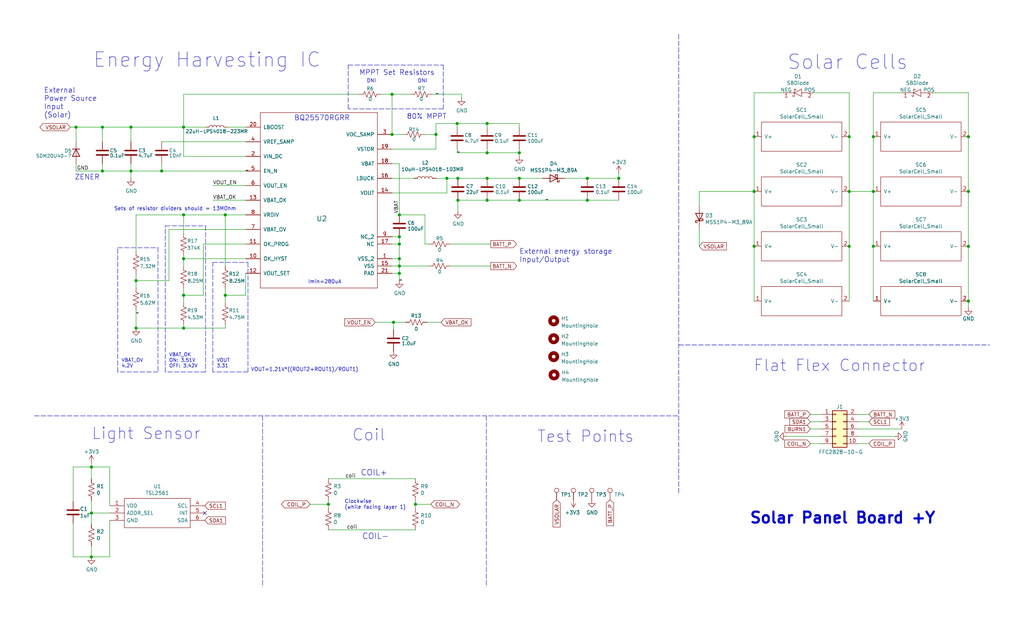
<source format=kicad_sch>
(kicad_sch (version 20211123) (generator eeschema)

  (uuid 8087f566-a94d-4bbc-985b-e49ee7762296)

  (paper "USLegal")

  (title_block
    (title "PyCubed Mini")
    (date "2022-02-21")
    (rev "3")
    (company "REx Lab Carnegie Mellon University")
    (comment 1 "Z.Manchester")
    (comment 2 "N.Khera")
    (comment 3 "M.Holliday")
  )

  (lib_symbols
    (symbol "Connector:TestPoint" (pin_numbers hide) (pin_names (offset 0.762) hide) (in_bom yes) (on_board yes)
      (property "Reference" "TP" (id 0) (at 0 6.858 0)
        (effects (font (size 1.27 1.27)))
      )
      (property "Value" "TestPoint" (id 1) (at 0 5.08 0)
        (effects (font (size 1.27 1.27)))
      )
      (property "Footprint" "" (id 2) (at 5.08 0 0)
        (effects (font (size 1.27 1.27)) hide)
      )
      (property "Datasheet" "~" (id 3) (at 5.08 0 0)
        (effects (font (size 1.27 1.27)) hide)
      )
      (property "ki_keywords" "test point tp" (id 4) (at 0 0 0)
        (effects (font (size 1.27 1.27)) hide)
      )
      (property "ki_description" "test point" (id 5) (at 0 0 0)
        (effects (font (size 1.27 1.27)) hide)
      )
      (property "ki_fp_filters" "Pin* Test*" (id 6) (at 0 0 0)
        (effects (font (size 1.27 1.27)) hide)
      )
      (symbol "TestPoint_0_1"
        (circle (center 0 3.302) (radius 0.762)
          (stroke (width 0) (type default) (color 0 0 0 0))
          (fill (type none))
        )
      )
      (symbol "TestPoint_1_1"
        (pin passive line (at 0 0 90) (length 2.54)
          (name "1" (effects (font (size 1.27 1.27))))
          (number "1" (effects (font (size 1.27 1.27))))
        )
      )
    )
    (symbol "Connector_Generic:Conn_02x05_Odd_Even" (pin_names (offset 1.016) hide) (in_bom yes) (on_board yes)
      (property "Reference" "J" (id 0) (at 1.27 7.62 0)
        (effects (font (size 1.27 1.27)))
      )
      (property "Value" "Conn_02x05_Odd_Even" (id 1) (at 1.27 -7.62 0)
        (effects (font (size 1.27 1.27)))
      )
      (property "Footprint" "" (id 2) (at 0 0 0)
        (effects (font (size 1.27 1.27)) hide)
      )
      (property "Datasheet" "~" (id 3) (at 0 0 0)
        (effects (font (size 1.27 1.27)) hide)
      )
      (property "ki_keywords" "connector" (id 4) (at 0 0 0)
        (effects (font (size 1.27 1.27)) hide)
      )
      (property "ki_description" "Generic connector, double row, 02x05, odd/even pin numbering scheme (row 1 odd numbers, row 2 even numbers), script generated (kicad-library-utils/schlib/autogen/connector/)" (id 5) (at 0 0 0)
        (effects (font (size 1.27 1.27)) hide)
      )
      (property "ki_fp_filters" "Connector*:*_2x??_*" (id 6) (at 0 0 0)
        (effects (font (size 1.27 1.27)) hide)
      )
      (symbol "Conn_02x05_Odd_Even_1_1"
        (rectangle (start -1.27 -4.953) (end 0 -5.207)
          (stroke (width 0.1524) (type default) (color 0 0 0 0))
          (fill (type none))
        )
        (rectangle (start -1.27 -2.413) (end 0 -2.667)
          (stroke (width 0.1524) (type default) (color 0 0 0 0))
          (fill (type none))
        )
        (rectangle (start -1.27 0.127) (end 0 -0.127)
          (stroke (width 0.1524) (type default) (color 0 0 0 0))
          (fill (type none))
        )
        (rectangle (start -1.27 2.667) (end 0 2.413)
          (stroke (width 0.1524) (type default) (color 0 0 0 0))
          (fill (type none))
        )
        (rectangle (start -1.27 5.207) (end 0 4.953)
          (stroke (width 0.1524) (type default) (color 0 0 0 0))
          (fill (type none))
        )
        (rectangle (start -1.27 6.35) (end 3.81 -6.35)
          (stroke (width 0.254) (type default) (color 0 0 0 0))
          (fill (type background))
        )
        (rectangle (start 3.81 -4.953) (end 2.54 -5.207)
          (stroke (width 0.1524) (type default) (color 0 0 0 0))
          (fill (type none))
        )
        (rectangle (start 3.81 -2.413) (end 2.54 -2.667)
          (stroke (width 0.1524) (type default) (color 0 0 0 0))
          (fill (type none))
        )
        (rectangle (start 3.81 0.127) (end 2.54 -0.127)
          (stroke (width 0.1524) (type default) (color 0 0 0 0))
          (fill (type none))
        )
        (rectangle (start 3.81 2.667) (end 2.54 2.413)
          (stroke (width 0.1524) (type default) (color 0 0 0 0))
          (fill (type none))
        )
        (rectangle (start 3.81 5.207) (end 2.54 4.953)
          (stroke (width 0.1524) (type default) (color 0 0 0 0))
          (fill (type none))
        )
        (pin passive line (at -5.08 5.08 0) (length 3.81)
          (name "Pin_1" (effects (font (size 1.27 1.27))))
          (number "1" (effects (font (size 1.27 1.27))))
        )
        (pin passive line (at 7.62 -5.08 180) (length 3.81)
          (name "Pin_10" (effects (font (size 1.27 1.27))))
          (number "10" (effects (font (size 1.27 1.27))))
        )
        (pin passive line (at 7.62 5.08 180) (length 3.81)
          (name "Pin_2" (effects (font (size 1.27 1.27))))
          (number "2" (effects (font (size 1.27 1.27))))
        )
        (pin passive line (at -5.08 2.54 0) (length 3.81)
          (name "Pin_3" (effects (font (size 1.27 1.27))))
          (number "3" (effects (font (size 1.27 1.27))))
        )
        (pin passive line (at 7.62 2.54 180) (length 3.81)
          (name "Pin_4" (effects (font (size 1.27 1.27))))
          (number "4" (effects (font (size 1.27 1.27))))
        )
        (pin passive line (at -5.08 0 0) (length 3.81)
          (name "Pin_5" (effects (font (size 1.27 1.27))))
          (number "5" (effects (font (size 1.27 1.27))))
        )
        (pin passive line (at 7.62 0 180) (length 3.81)
          (name "Pin_6" (effects (font (size 1.27 1.27))))
          (number "6" (effects (font (size 1.27 1.27))))
        )
        (pin passive line (at -5.08 -2.54 0) (length 3.81)
          (name "Pin_7" (effects (font (size 1.27 1.27))))
          (number "7" (effects (font (size 1.27 1.27))))
        )
        (pin passive line (at 7.62 -2.54 180) (length 3.81)
          (name "Pin_8" (effects (font (size 1.27 1.27))))
          (number "8" (effects (font (size 1.27 1.27))))
        )
        (pin passive line (at -5.08 -5.08 0) (length 3.81)
          (name "Pin_9" (effects (font (size 1.27 1.27))))
          (number "9" (effects (font (size 1.27 1.27))))
        )
      )
    )
    (symbol "Device:C" (pin_numbers hide) (pin_names (offset 0.254)) (in_bom yes) (on_board yes)
      (property "Reference" "C" (id 0) (at 0.635 2.54 0)
        (effects (font (size 1.27 1.27)) (justify left))
      )
      (property "Value" "C" (id 1) (at 0.635 -2.54 0)
        (effects (font (size 1.27 1.27)) (justify left))
      )
      (property "Footprint" "" (id 2) (at 0.9652 -3.81 0)
        (effects (font (size 1.27 1.27)) hide)
      )
      (property "Datasheet" "~" (id 3) (at 0 0 0)
        (effects (font (size 1.27 1.27)) hide)
      )
      (property "ki_keywords" "cap capacitor" (id 4) (at 0 0 0)
        (effects (font (size 1.27 1.27)) hide)
      )
      (property "ki_description" "Unpolarized capacitor" (id 5) (at 0 0 0)
        (effects (font (size 1.27 1.27)) hide)
      )
      (property "ki_fp_filters" "C_*" (id 6) (at 0 0 0)
        (effects (font (size 1.27 1.27)) hide)
      )
      (symbol "C_0_1"
        (polyline
          (pts
            (xy -2.032 -0.762)
            (xy 2.032 -0.762)
          )
          (stroke (width 0.508) (type default) (color 0 0 0 0))
          (fill (type none))
        )
        (polyline
          (pts
            (xy -2.032 0.762)
            (xy 2.032 0.762)
          )
          (stroke (width 0.508) (type default) (color 0 0 0 0))
          (fill (type none))
        )
      )
      (symbol "C_1_1"
        (pin passive line (at 0 3.81 270) (length 2.794)
          (name "~" (effects (font (size 1.27 1.27))))
          (number "1" (effects (font (size 1.27 1.27))))
        )
        (pin passive line (at 0 -3.81 90) (length 2.794)
          (name "~" (effects (font (size 1.27 1.27))))
          (number "2" (effects (font (size 1.27 1.27))))
        )
      )
    )
    (symbol "Device:D" (pin_numbers hide) (pin_names (offset 1.016) hide) (in_bom yes) (on_board yes)
      (property "Reference" "D" (id 0) (at 0 2.54 0)
        (effects (font (size 1.27 1.27)))
      )
      (property "Value" "D" (id 1) (at 0 -2.54 0)
        (effects (font (size 1.27 1.27)))
      )
      (property "Footprint" "" (id 2) (at 0 0 0)
        (effects (font (size 1.27 1.27)) hide)
      )
      (property "Datasheet" "~" (id 3) (at 0 0 0)
        (effects (font (size 1.27 1.27)) hide)
      )
      (property "ki_keywords" "diode" (id 4) (at 0 0 0)
        (effects (font (size 1.27 1.27)) hide)
      )
      (property "ki_description" "Diode" (id 5) (at 0 0 0)
        (effects (font (size 1.27 1.27)) hide)
      )
      (property "ki_fp_filters" "TO-???* *_Diode_* *SingleDiode* D_*" (id 6) (at 0 0 0)
        (effects (font (size 1.27 1.27)) hide)
      )
      (symbol "D_0_1"
        (polyline
          (pts
            (xy -1.27 1.27)
            (xy -1.27 -1.27)
          )
          (stroke (width 0.254) (type default) (color 0 0 0 0))
          (fill (type none))
        )
        (polyline
          (pts
            (xy 1.27 0)
            (xy -1.27 0)
          )
          (stroke (width 0) (type default) (color 0 0 0 0))
          (fill (type none))
        )
        (polyline
          (pts
            (xy 1.27 1.27)
            (xy 1.27 -1.27)
            (xy -1.27 0)
            (xy 1.27 1.27)
          )
          (stroke (width 0.254) (type default) (color 0 0 0 0))
          (fill (type none))
        )
      )
      (symbol "D_1_1"
        (pin passive line (at -3.81 0 0) (length 2.54)
          (name "K" (effects (font (size 1.27 1.27))))
          (number "1" (effects (font (size 1.27 1.27))))
        )
        (pin passive line (at 3.81 0 180) (length 2.54)
          (name "A" (effects (font (size 1.27 1.27))))
          (number "2" (effects (font (size 1.27 1.27))))
        )
      )
    )
    (symbol "Device:D_Schottky" (pin_numbers hide) (pin_names (offset 1.016) hide) (in_bom yes) (on_board yes)
      (property "Reference" "D" (id 0) (at 0 2.54 0)
        (effects (font (size 1.27 1.27)))
      )
      (property "Value" "D_Schottky" (id 1) (at 0 -2.54 0)
        (effects (font (size 1.27 1.27)))
      )
      (property "Footprint" "" (id 2) (at 0 0 0)
        (effects (font (size 1.27 1.27)) hide)
      )
      (property "Datasheet" "~" (id 3) (at 0 0 0)
        (effects (font (size 1.27 1.27)) hide)
      )
      (property "ki_keywords" "diode Schottky" (id 4) (at 0 0 0)
        (effects (font (size 1.27 1.27)) hide)
      )
      (property "ki_description" "Schottky diode" (id 5) (at 0 0 0)
        (effects (font (size 1.27 1.27)) hide)
      )
      (property "ki_fp_filters" "TO-???* *_Diode_* *SingleDiode* D_*" (id 6) (at 0 0 0)
        (effects (font (size 1.27 1.27)) hide)
      )
      (symbol "D_Schottky_0_1"
        (polyline
          (pts
            (xy 1.27 0)
            (xy -1.27 0)
          )
          (stroke (width 0) (type default) (color 0 0 0 0))
          (fill (type none))
        )
        (polyline
          (pts
            (xy 1.27 1.27)
            (xy 1.27 -1.27)
            (xy -1.27 0)
            (xy 1.27 1.27)
          )
          (stroke (width 0.254) (type default) (color 0 0 0 0))
          (fill (type none))
        )
        (polyline
          (pts
            (xy -1.905 0.635)
            (xy -1.905 1.27)
            (xy -1.27 1.27)
            (xy -1.27 -1.27)
            (xy -0.635 -1.27)
            (xy -0.635 -0.635)
          )
          (stroke (width 0.254) (type default) (color 0 0 0 0))
          (fill (type none))
        )
      )
      (symbol "D_Schottky_1_1"
        (pin passive line (at -3.81 0 0) (length 2.54)
          (name "K" (effects (font (size 1.27 1.27))))
          (number "1" (effects (font (size 1.27 1.27))))
        )
        (pin passive line (at 3.81 0 180) (length 2.54)
          (name "A" (effects (font (size 1.27 1.27))))
          (number "2" (effects (font (size 1.27 1.27))))
        )
      )
    )
    (symbol "Device:L" (pin_numbers hide) (pin_names (offset 1.016) hide) (in_bom yes) (on_board yes)
      (property "Reference" "L" (id 0) (at -1.27 0 90)
        (effects (font (size 1.27 1.27)))
      )
      (property "Value" "L" (id 1) (at 1.905 0 90)
        (effects (font (size 1.27 1.27)))
      )
      (property "Footprint" "" (id 2) (at 0 0 0)
        (effects (font (size 1.27 1.27)) hide)
      )
      (property "Datasheet" "~" (id 3) (at 0 0 0)
        (effects (font (size 1.27 1.27)) hide)
      )
      (property "ki_keywords" "inductor choke coil reactor magnetic" (id 4) (at 0 0 0)
        (effects (font (size 1.27 1.27)) hide)
      )
      (property "ki_description" "Inductor" (id 5) (at 0 0 0)
        (effects (font (size 1.27 1.27)) hide)
      )
      (property "ki_fp_filters" "Choke_* *Coil* Inductor_* L_*" (id 6) (at 0 0 0)
        (effects (font (size 1.27 1.27)) hide)
      )
      (symbol "L_0_1"
        (arc (start 0 -2.54) (mid 0.635 -1.905) (end 0 -1.27)
          (stroke (width 0) (type default) (color 0 0 0 0))
          (fill (type none))
        )
        (arc (start 0 -1.27) (mid 0.635 -0.635) (end 0 0)
          (stroke (width 0) (type default) (color 0 0 0 0))
          (fill (type none))
        )
        (arc (start 0 0) (mid 0.635 0.635) (end 0 1.27)
          (stroke (width 0) (type default) (color 0 0 0 0))
          (fill (type none))
        )
        (arc (start 0 1.27) (mid 0.635 1.905) (end 0 2.54)
          (stroke (width 0) (type default) (color 0 0 0 0))
          (fill (type none))
        )
      )
      (symbol "L_1_1"
        (pin passive line (at 0 3.81 270) (length 1.27)
          (name "1" (effects (font (size 1.27 1.27))))
          (number "1" (effects (font (size 1.27 1.27))))
        )
        (pin passive line (at 0 -3.81 90) (length 1.27)
          (name "2" (effects (font (size 1.27 1.27))))
          (number "2" (effects (font (size 1.27 1.27))))
        )
      )
    )
    (symbol "Device:R_US" (pin_numbers hide) (pin_names (offset 0)) (in_bom yes) (on_board yes)
      (property "Reference" "R" (id 0) (at 2.54 0 90)
        (effects (font (size 1.27 1.27)))
      )
      (property "Value" "R_US" (id 1) (at -2.54 0 90)
        (effects (font (size 1.27 1.27)))
      )
      (property "Footprint" "" (id 2) (at 1.016 -0.254 90)
        (effects (font (size 1.27 1.27)) hide)
      )
      (property "Datasheet" "~" (id 3) (at 0 0 0)
        (effects (font (size 1.27 1.27)) hide)
      )
      (property "ki_keywords" "R res resistor" (id 4) (at 0 0 0)
        (effects (font (size 1.27 1.27)) hide)
      )
      (property "ki_description" "Resistor, US symbol" (id 5) (at 0 0 0)
        (effects (font (size 1.27 1.27)) hide)
      )
      (property "ki_fp_filters" "R_*" (id 6) (at 0 0 0)
        (effects (font (size 1.27 1.27)) hide)
      )
      (symbol "R_US_0_1"
        (polyline
          (pts
            (xy 0 -2.286)
            (xy 0 -2.54)
          )
          (stroke (width 0) (type default) (color 0 0 0 0))
          (fill (type none))
        )
        (polyline
          (pts
            (xy 0 2.286)
            (xy 0 2.54)
          )
          (stroke (width 0) (type default) (color 0 0 0 0))
          (fill (type none))
        )
        (polyline
          (pts
            (xy 0 -0.762)
            (xy 1.016 -1.143)
            (xy 0 -1.524)
            (xy -1.016 -1.905)
            (xy 0 -2.286)
          )
          (stroke (width 0) (type default) (color 0 0 0 0))
          (fill (type none))
        )
        (polyline
          (pts
            (xy 0 0.762)
            (xy 1.016 0.381)
            (xy 0 0)
            (xy -1.016 -0.381)
            (xy 0 -0.762)
          )
          (stroke (width 0) (type default) (color 0 0 0 0))
          (fill (type none))
        )
        (polyline
          (pts
            (xy 0 2.286)
            (xy 1.016 1.905)
            (xy 0 1.524)
            (xy -1.016 1.143)
            (xy 0 0.762)
          )
          (stroke (width 0) (type default) (color 0 0 0 0))
          (fill (type none))
        )
      )
      (symbol "R_US_1_1"
        (pin passive line (at 0 3.81 270) (length 1.27)
          (name "~" (effects (font (size 1.27 1.27))))
          (number "1" (effects (font (size 1.27 1.27))))
        )
        (pin passive line (at 0 -3.81 90) (length 1.27)
          (name "~" (effects (font (size 1.27 1.27))))
          (number "2" (effects (font (size 1.27 1.27))))
        )
      )
    )
    (symbol "Mechanical:MountingHole" (pin_names (offset 1.016)) (in_bom yes) (on_board yes)
      (property "Reference" "H" (id 0) (at 0 5.08 0)
        (effects (font (size 1.27 1.27)))
      )
      (property "Value" "MountingHole" (id 1) (at 0 3.175 0)
        (effects (font (size 1.27 1.27)))
      )
      (property "Footprint" "" (id 2) (at 0 0 0)
        (effects (font (size 1.27 1.27)) hide)
      )
      (property "Datasheet" "~" (id 3) (at 0 0 0)
        (effects (font (size 1.27 1.27)) hide)
      )
      (property "ki_keywords" "mounting hole" (id 4) (at 0 0 0)
        (effects (font (size 1.27 1.27)) hide)
      )
      (property "ki_description" "Mounting Hole without connection" (id 5) (at 0 0 0)
        (effects (font (size 1.27 1.27)) hide)
      )
      (property "ki_fp_filters" "MountingHole*" (id 6) (at 0 0 0)
        (effects (font (size 1.27 1.27)) hide)
      )
      (symbol "MountingHole_0_1"
        (circle (center 0 0) (radius 1.27)
          (stroke (width 1.27) (type default) (color 0 0 0 0))
          (fill (type none))
        )
      )
    )
    (symbol "power:+3.3V" (power) (pin_names (offset 0)) (in_bom yes) (on_board yes)
      (property "Reference" "#PWR" (id 0) (at 0 -3.81 0)
        (effects (font (size 1.27 1.27)) hide)
      )
      (property "Value" "+3.3V" (id 1) (at 0 3.556 0)
        (effects (font (size 1.27 1.27)))
      )
      (property "Footprint" "" (id 2) (at 0 0 0)
        (effects (font (size 1.27 1.27)) hide)
      )
      (property "Datasheet" "" (id 3) (at 0 0 0)
        (effects (font (size 1.27 1.27)) hide)
      )
      (property "ki_keywords" "power-flag" (id 4) (at 0 0 0)
        (effects (font (size 1.27 1.27)) hide)
      )
      (property "ki_description" "Power symbol creates a global label with name \"+3.3V\"" (id 5) (at 0 0 0)
        (effects (font (size 1.27 1.27)) hide)
      )
      (symbol "+3.3V_0_1"
        (polyline
          (pts
            (xy -0.762 1.27)
            (xy 0 2.54)
          )
          (stroke (width 0) (type default) (color 0 0 0 0))
          (fill (type none))
        )
        (polyline
          (pts
            (xy 0 0)
            (xy 0 2.54)
          )
          (stroke (width 0) (type default) (color 0 0 0 0))
          (fill (type none))
        )
        (polyline
          (pts
            (xy 0 2.54)
            (xy 0.762 1.27)
          )
          (stroke (width 0) (type default) (color 0 0 0 0))
          (fill (type none))
        )
      )
      (symbol "+3.3V_1_1"
        (pin power_in line (at 0 0 90) (length 0) hide
          (name "+3V3" (effects (font (size 1.27 1.27))))
          (number "1" (effects (font (size 1.27 1.27))))
        )
      )
    )
    (symbol "power:+3V3" (power) (pin_names (offset 0)) (in_bom yes) (on_board yes)
      (property "Reference" "#PWR" (id 0) (at 0 -3.81 0)
        (effects (font (size 1.27 1.27)) hide)
      )
      (property "Value" "+3V3" (id 1) (at 0 3.556 0)
        (effects (font (size 1.27 1.27)))
      )
      (property "Footprint" "" (id 2) (at 0 0 0)
        (effects (font (size 1.27 1.27)) hide)
      )
      (property "Datasheet" "" (id 3) (at 0 0 0)
        (effects (font (size 1.27 1.27)) hide)
      )
      (property "ki_keywords" "power-flag" (id 4) (at 0 0 0)
        (effects (font (size 1.27 1.27)) hide)
      )
      (property "ki_description" "Power symbol creates a global label with name \"+3V3\"" (id 5) (at 0 0 0)
        (effects (font (size 1.27 1.27)) hide)
      )
      (symbol "+3V3_0_1"
        (polyline
          (pts
            (xy -0.762 1.27)
            (xy 0 2.54)
          )
          (stroke (width 0) (type default) (color 0 0 0 0))
          (fill (type none))
        )
        (polyline
          (pts
            (xy 0 0)
            (xy 0 2.54)
          )
          (stroke (width 0) (type default) (color 0 0 0 0))
          (fill (type none))
        )
        (polyline
          (pts
            (xy 0 2.54)
            (xy 0.762 1.27)
          )
          (stroke (width 0) (type default) (color 0 0 0 0))
          (fill (type none))
        )
      )
      (symbol "+3V3_1_1"
        (pin power_in line (at 0 0 90) (length 0) hide
          (name "+3V3" (effects (font (size 1.27 1.27))))
          (number "1" (effects (font (size 1.27 1.27))))
        )
      )
    )
    (symbol "power:GND" (power) (pin_names (offset 0)) (in_bom yes) (on_board yes)
      (property "Reference" "#PWR" (id 0) (at 0 -6.35 0)
        (effects (font (size 1.27 1.27)) hide)
      )
      (property "Value" "GND" (id 1) (at 0 -3.81 0)
        (effects (font (size 1.27 1.27)))
      )
      (property "Footprint" "" (id 2) (at 0 0 0)
        (effects (font (size 1.27 1.27)) hide)
      )
      (property "Datasheet" "" (id 3) (at 0 0 0)
        (effects (font (size 1.27 1.27)) hide)
      )
      (property "ki_keywords" "power-flag" (id 4) (at 0 0 0)
        (effects (font (size 1.27 1.27)) hide)
      )
      (property "ki_description" "Power symbol creates a global label with name \"GND\" , ground" (id 5) (at 0 0 0)
        (effects (font (size 1.27 1.27)) hide)
      )
      (symbol "GND_0_1"
        (polyline
          (pts
            (xy 0 0)
            (xy 0 -1.27)
            (xy 1.27 -1.27)
            (xy 0 -2.54)
            (xy -1.27 -1.27)
            (xy 0 -1.27)
          )
          (stroke (width 0) (type default) (color 0 0 0 0))
          (fill (type none))
        )
      )
      (symbol "GND_1_1"
        (pin power_in line (at 0 0 270) (length 0) hide
          (name "GND" (effects (font (size 1.27 1.27))))
          (number "1" (effects (font (size 1.27 1.27))))
        )
      )
    )
    (symbol "solarpanels:BQ25570RGRR" (pin_names (offset 1.016)) (in_bom yes) (on_board yes)
      (property "Reference" "U" (id 0) (at -4.7244 1.4986 0)
        (effects (font (size 1.7526 1.7526)) (justify left bottom))
      )
      (property "Value" "BQ25570RGRR" (id 1) (at -5.3594 -1.0414 0)
        (effects (font (size 1.7526 1.7526)) (justify left bottom))
      )
      (property "Footprint" "solarpanels:QFN50P350X350X100-21N-D" (id 2) (at 0 0 0)
        (effects (font (size 1.27 1.27)) hide)
      )
      (property "Datasheet" "" (id 3) (at 0 0 0)
        (effects (font (size 1.27 1.27)) hide)
      )
      (symbol "BQ25570RGRR_1_0"
        (polyline
          (pts
            (xy -20.32 -30.48)
            (xy 20.32 -30.48)
          )
          (stroke (width 0) (type default) (color 0 0 0 0))
          (fill (type none))
        )
        (polyline
          (pts
            (xy -20.32 30.48)
            (xy -20.32 -30.48)
          )
          (stroke (width 0) (type default) (color 0 0 0 0))
          (fill (type none))
        )
        (polyline
          (pts
            (xy 20.32 -30.48)
            (xy 20.32 30.48)
          )
          (stroke (width 0) (type default) (color 0 0 0 0))
          (fill (type none))
        )
        (polyline
          (pts
            (xy 20.32 30.48)
            (xy -20.32 30.48)
          )
          (stroke (width 0) (type default) (color 0 0 0 0))
          (fill (type none))
        )
        (pin power_in line (at 25.4 -20.32 180) (length 5.08)
          (name "VSS_2" (effects (font (size 1.27 1.27))))
          (number "1" (effects (font (size 1.27 1.27))))
        )
        (pin input line (at -25.4 -20.32 0) (length 5.08)
          (name "OK_HYST" (effects (font (size 1.27 1.27))))
          (number "10" (effects (font (size 1.27 1.27))))
        )
        (pin input line (at -25.4 -15.24 0) (length 5.08)
          (name "OK_PROG" (effects (font (size 1.27 1.27))))
          (number "11" (effects (font (size 1.27 1.27))))
        )
        (pin input line (at -25.4 -25.4 0) (length 5.08)
          (name "VOUT_SET" (effects (font (size 1.27 1.27))))
          (number "12" (effects (font (size 1.27 1.27))))
        )
        (pin output line (at -25.4 0 0) (length 5.08)
          (name "VBAT_OK" (effects (font (size 1.27 1.27))))
          (number "13" (effects (font (size 1.27 1.27))))
        )
        (pin power_in line (at 25.4 2.54 180) (length 5.08)
          (name "VOUT" (effects (font (size 1.27 1.27))))
          (number "14" (effects (font (size 1.27 1.27))))
        )
        (pin power_in line (at 25.4 -22.86 180) (length 5.08)
          (name "VSS" (effects (font (size 1.27 1.27))))
          (number "15" (effects (font (size 1.27 1.27))))
        )
        (pin passive line (at 25.4 7.62 180) (length 5.08)
          (name "LBUCK" (effects (font (size 1.27 1.27))))
          (number "16" (effects (font (size 1.27 1.27))))
        )
        (pin passive line (at 25.4 -15.24 180) (length 5.08)
          (name "NC" (effects (font (size 1.27 1.27))))
          (number "17" (effects (font (size 1.27 1.27))))
        )
        (pin bidirectional line (at 25.4 12.7 180) (length 5.08)
          (name "VBAT" (effects (font (size 1.27 1.27))))
          (number "18" (effects (font (size 1.27 1.27))))
        )
        (pin power_in line (at 25.4 17.78 180) (length 5.08)
          (name "VSTOR" (effects (font (size 1.27 1.27))))
          (number "19" (effects (font (size 1.27 1.27))))
        )
        (pin power_in line (at -25.4 15.24 0) (length 5.08)
          (name "VIN_DC" (effects (font (size 1.27 1.27))))
          (number "2" (effects (font (size 1.27 1.27))))
        )
        (pin input line (at -25.4 25.4 0) (length 5.08)
          (name "LBOOST" (effects (font (size 1.27 1.27))))
          (number "20" (effects (font (size 1.27 1.27))))
        )
        (pin power_in line (at 25.4 -25.4 180) (length 5.08)
          (name "PAD" (effects (font (size 1.27 1.27))))
          (number "21" (effects (font (size 1.27 1.27))))
        )
        (pin input line (at 25.4 22.86 180) (length 5.08)
          (name "VOC_SAMP" (effects (font (size 1.27 1.27))))
          (number "3" (effects (font (size 1.27 1.27))))
        )
        (pin input line (at -25.4 20.32 0) (length 5.08)
          (name "VREF_SAMP" (effects (font (size 1.27 1.27))))
          (number "4" (effects (font (size 1.27 1.27))))
        )
        (pin input line (at -25.4 10.16 0) (length 5.08)
          (name "EN_N" (effects (font (size 1.27 1.27))))
          (number "5" (effects (font (size 1.27 1.27))))
        )
        (pin input line (at -25.4 5.08 0) (length 5.08)
          (name "VOUT_EN" (effects (font (size 1.27 1.27))))
          (number "6" (effects (font (size 1.27 1.27))))
        )
        (pin input line (at -25.4 -10.16 0) (length 5.08)
          (name "VBAT_OV" (effects (font (size 1.27 1.27))))
          (number "7" (effects (font (size 1.27 1.27))))
        )
        (pin output line (at -25.4 -5.08 0) (length 5.08)
          (name "VRDIV" (effects (font (size 1.27 1.27))))
          (number "8" (effects (font (size 1.27 1.27))))
        )
        (pin power_in line (at 25.4 -12.7 180) (length 5.08)
          (name "NC_2" (effects (font (size 1.27 1.27))))
          (number "9" (effects (font (size 1.27 1.27))))
        )
      )
    )
    (symbol "solarpanels:SBDiode" (pin_names (offset 0)) (in_bom yes) (on_board yes)
      (property "Reference" "D" (id 0) (at -1.524 3.048 0)
        (effects (font (size 1.27 1.27)))
      )
      (property "Value" "SBDiode" (id 1) (at -1.524 5.588 0)
        (effects (font (size 1.27 1.27)))
      )
      (property "Footprint" "solarpanels:SB Diode" (id 2) (at -3.048 8.382 0)
        (effects (font (size 1.27 1.27)) hide)
      )
      (property "Datasheet" "" (id 3) (at -1.524 3.048 0)
        (effects (font (size 1.27 1.27)) hide)
      )
      (symbol "SBDiode_0_1"
        (polyline
          (pts
            (xy -4.064 0)
            (xy -2.54 0)
          )
          (stroke (width 0) (type default) (color 0 0 0 0))
          (fill (type none))
        )
        (polyline
          (pts
            (xy 0 0)
            (xy 1.524 0)
          )
          (stroke (width 0) (type default) (color 0 0 0 0))
          (fill (type none))
        )
        (polyline
          (pts
            (xy -2.54 1.27)
            (xy -2.54 -1.27)
            (xy 0 0)
            (xy -2.54 1.27)
          )
          (stroke (width 0) (type default) (color 0 0 0 0))
          (fill (type none))
        )
        (polyline
          (pts
            (xy 0 0)
            (xy 0 -1.27)
            (xy -0.508 -1.27)
            (xy -0.508 -0.762)
          )
          (stroke (width 0) (type default) (color 0 0 0 0))
          (fill (type none))
        )
        (polyline
          (pts
            (xy 0 0)
            (xy 0 1.27)
            (xy 0.508 1.27)
            (xy 0.508 0.762)
          )
          (stroke (width 0) (type default) (color 0 0 0 0))
          (fill (type none))
        )
      )
      (symbol "SBDiode_1_1"
        (pin bidirectional line (at 4.064 0 180) (length 2.54)
          (name "NEG" (effects (font (size 1.27 1.27))))
          (number "1" (effects (font (size 1.27 1.27))))
        )
        (pin bidirectional line (at -6.604 0 0) (length 2.54)
          (name "POS" (effects (font (size 1.27 1.27))))
          (number "2" (effects (font (size 1.27 1.27))))
        )
      )
    )
    (symbol "solarpanels:SolarCell_Small" (pin_names (offset 1.016)) (in_bom yes) (on_board yes)
      (property "Reference" "SC" (id 0) (at 0 -1.27 0)
        (effects (font (size 1.27 1.27)))
      )
      (property "Value" "SolarCell_Small" (id 1) (at 0 1.27 0)
        (effects (font (size 1.27 1.27)))
      )
      (property "Footprint" "solarpanels:KXOB25-05X3F" (id 2) (at 0 6.35 0)
        (effects (font (size 1.27 1.27)) hide)
      )
      (property "Datasheet" "" (id 3) (at 5.08 0 90)
        (effects (font (size 1.27 1.27)) hide)
      )
      (symbol "SolarCell_Small_0_1"
        (rectangle (start -13.97 -5.08) (end 13.97 5.08)
          (stroke (width 0) (type default) (color 0 0 0 0))
          (fill (type none))
        )
      )
      (symbol "SolarCell_Small_1_1"
        (pin bidirectional line (at -16.51 0 0) (length 2.54)
          (name "V+" (effects (font (size 1.27 1.27))))
          (number "1" (effects (font (size 1.27 1.27))))
        )
        (pin bidirectional line (at 16.51 0 180) (length 2.54)
          (name "V-" (effects (font (size 1.27 1.27))))
          (number "2" (effects (font (size 1.27 1.27))))
        )
      )
    )
    (symbol "solarpanels:symbols_TSL2561" (pin_names (offset 0.762)) (in_bom yes) (on_board yes)
      (property "Reference" "IC" (id 0) (at 29.21 7.62 0)
        (effects (font (size 1.27 1.27)) (justify left))
      )
      (property "Value" "symbols_TSL2561" (id 1) (at 29.21 5.08 0)
        (effects (font (size 1.27 1.27)) (justify left))
      )
      (property "Footprint" "solarpanels:TSL2561" (id 2) (at 29.21 2.54 0)
        (effects (font (size 1.27 1.27)) (justify left) hide)
      )
      (property "Datasheet" "https://ams.com/documents/20143/36005/TSL2561_DS000110_3-00.pdf/18a41097-2035-4333-c70e-bfa544c0a98b" (id 3) (at 29.21 0 0)
        (effects (font (size 1.27 1.27)) (justify left) hide)
      )
      (property "Description" "Light-to-Digital Converter" (id 4) (at 29.21 -2.54 0)
        (effects (font (size 1.27 1.27)) (justify left) hide)
      )
      (property "Height" "1.55" (id 5) (at 29.21 -5.08 0)
        (effects (font (size 1.27 1.27)) (justify left) hide)
      )
      (property "Manufacturer_Name" "ams" (id 6) (at 29.21 -7.62 0)
        (effects (font (size 1.27 1.27)) (justify left) hide)
      )
      (property "Manufacturer_Part_Number" "TSL2561" (id 7) (at 29.21 -10.16 0)
        (effects (font (size 1.27 1.27)) (justify left) hide)
      )
      (property "Mouser Part Number" "N/A" (id 8) (at 29.21 -12.7 0)
        (effects (font (size 1.27 1.27)) (justify left) hide)
      )
      (property "Mouser Price/Stock" "https://www.mouser.com/Search/Refine.aspx?Keyword=N%2FA" (id 9) (at 29.21 -15.24 0)
        (effects (font (size 1.27 1.27)) (justify left) hide)
      )
      (symbol "symbols_TSL2561_0_0"
        (pin unspecified line (at 0 0 0) (length 5.08)
          (name "VDD" (effects (font (size 1.27 1.27))))
          (number "1" (effects (font (size 1.27 1.27))))
        )
        (pin unspecified line (at 0 -2.54 0) (length 5.08)
          (name "ADDR_SEL" (effects (font (size 1.27 1.27))))
          (number "2" (effects (font (size 1.27 1.27))))
        )
        (pin unspecified line (at 0 -5.08 0) (length 5.08)
          (name "GND" (effects (font (size 1.27 1.27))))
          (number "3" (effects (font (size 1.27 1.27))))
        )
        (pin unspecified line (at 33.02 0 180) (length 5.08)
          (name "SCL" (effects (font (size 1.27 1.27))))
          (number "4" (effects (font (size 1.27 1.27))))
        )
        (pin unspecified line (at 33.02 -2.54 180) (length 5.08)
          (name "INT" (effects (font (size 1.27 1.27))))
          (number "5" (effects (font (size 1.27 1.27))))
        )
        (pin unspecified line (at 33.02 -5.08 180) (length 5.08)
          (name "SDA" (effects (font (size 1.27 1.27))))
          (number "6" (effects (font (size 1.27 1.27))))
        )
      )
      (symbol "symbols_TSL2561_0_1"
        (polyline
          (pts
            (xy 5.08 2.54)
            (xy 27.94 2.54)
            (xy 27.94 -7.62)
            (xy 5.08 -7.62)
            (xy 5.08 2.54)
          )
          (stroke (width 0.1524) (type default) (color 0 0 0 0))
          (fill (type none))
        )
      )
    )
  )

  (junction (at 336.296 85.598) (diameter 0) (color 0 0 0 0)
    (uuid 065b9982-55f2-4822-977e-07e8a06e7b35)
  )
  (junction (at 138.684 74.676) (diameter 0) (color 0 0 0 0)
    (uuid 0cc1eb30-bed0-4787-93b9-51897aa514ac)
  )
  (junction (at 63.754 74.676) (diameter 0) (color 0 0 0 0)
    (uuid 0dfdfa9f-1e3f-4e14-b64b-12bde76a80c7)
  )
  (junction (at 138.684 84.836) (diameter 0) (color 0 0 0 0)
    (uuid 1241b7f2-e266-4f5c-8a97-9f0f9d0eef37)
  )
  (junction (at 45.466 44.196) (diameter 0) (color 0 0 0 0)
    (uuid 15a82541-58d8-45b5-99c5-fb52e017e3ea)
  )
  (junction (at 35.56 59.436) (diameter 0) (color 0 0 0 0)
    (uuid 17345f9a-6de2-4d78-9921-32ee74372522)
  )
  (junction (at 78.232 102.616) (diameter 0) (color 0 0 0 0)
    (uuid 1dfbf353-5b24-4c0f-8322-8fcd514ae75e)
  )
  (junction (at 138.684 82.296) (diameter 0) (color 0 0 0 0)
    (uuid 2000cd04-3809-4bde-89f0-8096e6bd16ee)
  )
  (junction (at 63.754 114.046) (diameter 0) (color 0 0 0 0)
    (uuid 21cc386c-e58f-40b7-89b3-4f78b1b97fff)
  )
  (junction (at 336.296 47.498) (diameter 0) (color 0 0 0 0)
    (uuid 22962957-1efd-404d-83db-5b233b6c15b0)
  )
  (junction (at 336.296 104.648) (diameter 0) (color 0 0 0 0)
    (uuid 27b2eb82-662b-42d8-90e6-830fec4bb8d2)
  )
  (junction (at 159.004 61.976) (diameter 0) (color 0 0 0 0)
    (uuid 2a2b6d6f-5020-484a-aba0-26c03d5b0bd9)
  )
  (junction (at 31.75 162.306) (diameter 0) (color 0 0 0 0)
    (uuid 2d697cf0-e02e-4ed1-a048-a704dab0ee43)
  )
  (junction (at 203.962 69.596) (diameter 0) (color 0 0 0 0)
    (uuid 2f68f7a9-62fd-4e64-acad-211cb15a7708)
  )
  (junction (at 169.164 61.976) (diameter 0) (color 0 0 0 0)
    (uuid 33f68665-093d-400f-9ac6-c55b4490328a)
  )
  (junction (at 261.874 66.548) (diameter 0) (color 0 0 0 0)
    (uuid 37f31dec-63fc-4634-a141-5dc5d2b60fe4)
  )
  (junction (at 63.754 44.196) (diameter 0) (color 0 0 0 0)
    (uuid 3d6cdd62-5634-4e30-acf8-1b9c1dbf6653)
  )
  (junction (at 35.56 44.196) (diameter 0) (color 0 0 0 0)
    (uuid 429f4bd4-642e-4a7a-8828-6f714e4c5b21)
  )
  (junction (at 151.384 46.736) (diameter 0) (color 0 0 0 0)
    (uuid 47ad8ef2-173f-4e2d-9d7a-f199f4a28af9)
  )
  (junction (at 158.75 42.926) (diameter 0) (color 0 0 0 0)
    (uuid 4b1fce17-dec7-457e-ba3b-a77604e77dc9)
  )
  (junction (at 180.34 61.976) (diameter 0) (color 0 0 0 0)
    (uuid 50c7d30b-920b-4d7b-8ecf-2ebb2a7805c7)
  )
  (junction (at 56.134 59.436) (diameter 0) (color 0 0 0 0)
    (uuid 51a33c5a-0755-465b-85d5-c1e5a5b354f6)
  )
  (junction (at 45.466 59.436) (diameter 0) (color 0 0 0 0)
    (uuid 528fd7da-c9a6-40ae-9f1a-60f6a7f4d534)
  )
  (junction (at 136.652 112.014) (diameter 0) (color 0 0 0 0)
    (uuid 58870f5d-d0c6-43b0-a589-63e56a857c32)
  )
  (junction (at 138.684 92.456) (diameter 0) (color 0 0 0 0)
    (uuid 6241e6d3-a754-45b6-9f7c-e43019b93226)
  )
  (junction (at 180.34 53.086) (diameter 0) (color 0 0 0 0)
    (uuid 6325c32f-c82a-4357-b022-f9c7e76f412e)
  )
  (junction (at 261.874 47.498) (diameter 0) (color 0 0 0 0)
    (uuid 653a86ba-a1ae-4175-9d4c-c788087956d0)
  )
  (junction (at 31.75 193.548) (diameter 0) (color 0 0 0 0)
    (uuid 6e68f0cd-800e-4167-9553-71fc59da1eeb)
  )
  (junction (at 63.754 102.616) (diameter 0) (color 0 0 0 0)
    (uuid 6f580eb1-88cc-489d-a7ca-9efa5e590715)
  )
  (junction (at 294.894 85.598) (diameter 0) (color 0 0 0 0)
    (uuid 70fb572d-d5ec-41e7-9482-63d4578b4f47)
  )
  (junction (at 144.272 175.26) (diameter 0) (color 0 0 0 0)
    (uuid 70ff6d54-d2ad-4615-b727-f977eed78ac6)
  )
  (junction (at 169.164 69.596) (diameter 0) (color 0 0 0 0)
    (uuid 762a6ca0-24c9-49ff-b985-f275cc98e611)
  )
  (junction (at 136.144 46.736) (diameter 0) (color 0 0 0 0)
    (uuid 7760a75a-d74b-4185-b34e-cbc7b2c339b6)
  )
  (junction (at 114.046 175.26) (diameter 0) (color 0 0 0 0)
    (uuid 798260a2-5646-42d9-8255-a237ece5c100)
  )
  (junction (at 294.894 66.548) (diameter 0) (color 0 0 0 0)
    (uuid 7afa54c4-2181-41d3-81f7-39efc497ecae)
  )
  (junction (at 138.684 89.916) (diameter 0) (color 0 0 0 0)
    (uuid 7d0dab95-9e7a-486e-a1d7-fc48860fd57d)
  )
  (junction (at 47.244 114.046) (diameter 0) (color 0 0 0 0)
    (uuid 8240937a-ea33-46c8-a5f8-01582964a370)
  )
  (junction (at 155.194 61.976) (diameter 0) (color 0 0 0 0)
    (uuid 8b439a20-aabd-497c-9b51-48336bb3094a)
  )
  (junction (at 169.164 53.086) (diameter 0) (color 0 0 0 0)
    (uuid 9e813ec2-d4ce-4e2e-b379-c6fedb4c45db)
  )
  (junction (at 203.962 61.976) (diameter 0) (color 0 0 0 0)
    (uuid 9f4138ae-1f62-482e-a096-fbdef97f0c3a)
  )
  (junction (at 336.296 66.548) (diameter 0) (color 0 0 0 0)
    (uuid a24ddb4f-c217-42ca-b6cb-d12da84fb2b9)
  )
  (junction (at 159.004 69.596) (diameter 0) (color 0 0 0 0)
    (uuid aa0db56a-0d64-4248-bc4b-7c4765947241)
  )
  (junction (at 303.276 85.598) (diameter 0) (color 0 0 0 0)
    (uuid b6135480-ace6-42b2-9c47-856ef57cded1)
  )
  (junction (at 303.276 66.548) (diameter 0) (color 0 0 0 0)
    (uuid b7867831-ef82-4f33-a926-59e5c1c09b91)
  )
  (junction (at 136.144 32.766) (diameter 0) (color 0 0 0 0)
    (uuid c1bac86f-cbf6-4c5b-b60d-c26fa73d9c09)
  )
  (junction (at 138.684 94.996) (diameter 0) (color 0 0 0 0)
    (uuid c8a44971-63c1-4a19-879d-b6647b2dc08d)
  )
  (junction (at 261.874 85.598) (diameter 0) (color 0 0 0 0)
    (uuid cf386a39-fc62-49dd-8ec5-e044f6bd67ce)
  )
  (junction (at 294.894 47.498) (diameter 0) (color 0 0 0 0)
    (uuid d1c19c11-0a13-4237-b6b4-fb2ef1db7c6d)
  )
  (junction (at 303.276 47.498) (diameter 0) (color 0 0 0 0)
    (uuid d1cd5391-31d2-459f-8adb-4ae3f304a833)
  )
  (junction (at 180.34 69.596) (diameter 0) (color 0 0 0 0)
    (uuid d221b43d-37ec-4858-b9b4-cd7b27a426d2)
  )
  (junction (at 31.75 178.308) (diameter 0) (color 0 0 0 0)
    (uuid d22460ff-c41a-44a3-954f-4f15a44e65a6)
  )
  (junction (at 169.164 42.926) (diameter 0) (color 0 0 0 0)
    (uuid d66d3c12-11ce-4566-9a45-962e329503d8)
  )
  (junction (at 47.244 97.536) (diameter 0) (color 0 0 0 0)
    (uuid da481376-0e49-44d3-91b8-aaa39b869dd1)
  )
  (junction (at 26.416 44.196) (diameter 0) (color 0 0 0 0)
    (uuid e285028f-90e6-4483-b121-0d8e11ba7490)
  )
  (junction (at 78.232 74.676) (diameter 0) (color 0 0 0 0)
    (uuid e7d81bce-286e-41e4-9181-3511e9c0455e)
  )
  (junction (at 63.754 89.916) (diameter 0) (color 0 0 0 0)
    (uuid f0ff5d1c-5481-4958-b844-4f68a17d4166)
  )
  (junction (at 214.884 61.976) (diameter 0) (color 0 0 0 0)
    (uuid fa547097-ebc5-44b3-926b-7712106263fe)
  )

  (no_connect (at 71.12 178.308) (uuid 0325ec43-0390-4ae2-b055-b1ec6ce17b1c))

  (wire (pts (xy 261.874 85.598) (xy 261.874 104.648))
    (stroke (width 0) (type default) (color 0 0 0 0))
    (uuid 009a4fb4-fcc0-4623-ae5d-c1bae3219583)
  )
  (wire (pts (xy 136.652 112.014) (xy 136.652 114.554))
    (stroke (width 0) (type default) (color 0 0 0 0))
    (uuid 01b9f6e1-e5db-494f-9eaf-4a8582b82092)
  )
  (polyline (pts (xy 120.904 22.606) (xy 153.924 22.606))
    (stroke (width 0) (type default) (color 0 0 0 0))
    (uuid 01f82238-6335-48fe-8b0a-6853e227345a)
  )

  (wire (pts (xy 214.884 60.198) (xy 214.884 61.976))
    (stroke (width 0) (type default) (color 0 0 0 0))
    (uuid 04a1c17d-3dcd-4d87-ab0b-c6eb91bcb96c)
  )
  (wire (pts (xy 35.56 44.196) (xy 45.466 44.196))
    (stroke (width 0) (type default) (color 0 0 0 0))
    (uuid 04bd3971-c0ea-4b75-84ea-ce666a34a38b)
  )
  (wire (pts (xy 151.384 42.926) (xy 151.384 46.736))
    (stroke (width 0) (type default) (color 0 0 0 0))
    (uuid 05f2859d-2820-4e84-b395-696011feb13b)
  )
  (wire (pts (xy 136.144 94.996) (xy 138.684 94.996))
    (stroke (width 0) (type default) (color 0 0 0 0))
    (uuid 0ceb97d6-1b0f-4b71-921e-b0955c30c998)
  )
  (polyline (pts (xy 153.924 22.606) (xy 153.924 37.846))
    (stroke (width 0) (type default) (color 0 0 0 0))
    (uuid 0e249018-17e7-42b3-ae5d-5ebf3ae299ae)
  )

  (wire (pts (xy 73.914 64.516) (xy 85.344 64.516))
    (stroke (width 0) (type default) (color 0 0 0 0))
    (uuid 0fafc6b9-fd35-4a55-9270-7a8e7ce3cb13)
  )
  (wire (pts (xy 138.684 84.836) (xy 138.684 82.296))
    (stroke (width 0) (type default) (color 0 0 0 0))
    (uuid 12a24e86-2c38-4685-bba9-fff8dddb4cb0)
  )
  (wire (pts (xy 63.754 54.356) (xy 85.344 54.356))
    (stroke (width 0) (type default) (color 0 0 0 0))
    (uuid 142dd724-2a9f-4eea-ab21-209b1bc7ec65)
  )
  (wire (pts (xy 35.56 44.196) (xy 35.56 49.276))
    (stroke (width 0) (type default) (color 0 0 0 0))
    (uuid 184a8d7b-3ca0-452b-887d-9b210beed927)
  )
  (wire (pts (xy 63.754 32.766) (xy 124.714 32.766))
    (stroke (width 0) (type default) (color 0 0 0 0))
    (uuid 187855b1-dd9a-455a-aa3c-8d4b923e3516)
  )
  (wire (pts (xy 47.244 107.696) (xy 47.244 114.046))
    (stroke (width 0) (type default) (color 0 0 0 0))
    (uuid 18ca5aef-6a2c-41ac-9e7f-bf7acb716e53)
  )
  (polyline (pts (xy 235.712 11.938) (xy 235.712 171.958))
    (stroke (width 0) (type default) (color 0 0 0 0))
    (uuid 1991b014-58d4-46cb-a18b-56d43d0d8d99)
  )

  (wire (pts (xy 151.384 46.736) (xy 151.384 51.816))
    (stroke (width 0) (type default) (color 0 0 0 0))
    (uuid 19dcb0a6-0d38-4a03-a6cd-83cbdc59d7b0)
  )
  (polyline (pts (xy 71.374 78.486) (xy 71.374 129.286))
    (stroke (width 0) (type default) (color 0 0 0 0))
    (uuid 1ab71a3c-340b-469a-ada5-4f87f0b7b2fa)
  )

  (wire (pts (xy 155.194 67.056) (xy 155.194 61.976))
    (stroke (width 0) (type default) (color 0 0 0 0))
    (uuid 1e48966e-d29d-4521-8939-ec8ac570431d)
  )
  (wire (pts (xy 273.304 151.638) (xy 285.242 151.638))
    (stroke (width 0) (type default) (color 0 0 0 0))
    (uuid 1f8b2c0c-b042-4e2e-80f6-4959a27b238f)
  )
  (wire (pts (xy 301.752 144.018) (xy 297.942 144.018))
    (stroke (width 0) (type default) (color 0 0 0 0))
    (uuid 20143af7-f098-4061-a49e-e4962d562ef6)
  )
  (polyline (pts (xy 86.106 129.286) (xy 73.914 129.286))
    (stroke (width 0) (type default) (color 0 0 0 0))
    (uuid 20caf6d2-76a7-497e-ac56-f6d31eb9027b)
  )

  (wire (pts (xy 242.824 79.248) (xy 242.824 85.598))
    (stroke (width 0) (type default) (color 0 0 0 0))
    (uuid 224768bc-6009-43ba-aa4a-70cbaa15b5a3)
  )
  (wire (pts (xy 38.1 193.548) (xy 31.75 193.548))
    (stroke (width 0) (type default) (color 0 0 0 0))
    (uuid 22999e73-da32-43a5-9163-4b3a41614f25)
  )
  (wire (pts (xy 31.75 162.306) (xy 25.4 162.306))
    (stroke (width 0) (type default) (color 0 0 0 0))
    (uuid 240c10af-51b5-420e-a6f4-a2c8f5db1db5)
  )
  (wire (pts (xy 132.334 32.766) (xy 136.144 32.766))
    (stroke (width 0) (type default) (color 0 0 0 0))
    (uuid 25bc3602-3fb4-4a04-94e3-21ba22562c24)
  )
  (wire (pts (xy 336.296 66.548) (xy 336.296 85.598))
    (stroke (width 0) (type default) (color 0 0 0 0))
    (uuid 25e5aa8e-2696-44a3-8d3c-c2c53f2923cf)
  )
  (wire (pts (xy 58.674 79.756) (xy 85.344 79.756))
    (stroke (width 0) (type default) (color 0 0 0 0))
    (uuid 269f19c3-6824-45a8-be29-fa58d70cbb42)
  )
  (wire (pts (xy 85.344 49.276) (xy 56.134 49.276))
    (stroke (width 0) (type default) (color 0 0 0 0))
    (uuid 283c990c-ae5a-4e41-a3ad-b40ca29fe90e)
  )
  (wire (pts (xy 147.574 74.676) (xy 138.684 74.676))
    (stroke (width 0) (type default) (color 0 0 0 0))
    (uuid 2a1de22d-6451-488d-af77-0bf8841bd695)
  )
  (wire (pts (xy 56.134 56.896) (xy 56.134 59.436))
    (stroke (width 0) (type default) (color 0 0 0 0))
    (uuid 2aad68c6-df19-4980-9471-de5dd3548995)
  )
  (wire (pts (xy 151.384 42.926) (xy 158.75 42.926))
    (stroke (width 0) (type default) (color 0 0 0 0))
    (uuid 2c60448a-e30f-46b2-89e1-a44f51688efc)
  )
  (wire (pts (xy 114.046 166.37) (xy 144.272 166.37))
    (stroke (width 0) (type default) (color 0 0 0 0))
    (uuid 2d645c45-f9f6-4fe6-be8a-3c78754dd9d2)
  )
  (wire (pts (xy 294.894 104.648) (xy 294.894 85.598))
    (stroke (width 0) (type default) (color 0 0 0 0))
    (uuid 2dc54bac-8640-4dd7-b8ed-3c7acb01a8ea)
  )
  (wire (pts (xy 85.344 102.616) (xy 85.344 94.996))
    (stroke (width 0) (type default) (color 0 0 0 0))
    (uuid 2e0a9f64-1b78-4597-8d50-d12d2268a95a)
  )
  (polyline (pts (xy 73.914 129.286) (xy 73.914 91.186))
    (stroke (width 0) (type default) (color 0 0 0 0))
    (uuid 2f291a4b-4ecb-4692-9ad2-324f9784c0d4)
  )

  (wire (pts (xy 47.244 94.996) (xy 47.244 97.536))
    (stroke (width 0) (type default) (color 0 0 0 0))
    (uuid 302c0b29-5c2c-4a79-97ac-b8a87ca7674d)
  )
  (polyline (pts (xy 54.864 86.106) (xy 54.864 129.286))
    (stroke (width 0) (type default) (color 0 0 0 0))
    (uuid 319639ae-c2c5-486d-93b1-d03bb1b64252)
  )

  (wire (pts (xy 63.754 89.916) (xy 63.754 88.646))
    (stroke (width 0) (type default) (color 0 0 0 0))
    (uuid 337e8520-cbd2-42c0-8d17-743bab17cbbd)
  )
  (wire (pts (xy 297.942 151.638) (xy 310.642 151.638))
    (stroke (width 0) (type default) (color 0 0 0 0))
    (uuid 33ef4c62-9f8a-4e97-a0fb-1a5e1968fbea)
  )
  (wire (pts (xy 203.962 61.976) (xy 214.884 61.976))
    (stroke (width 0) (type default) (color 0 0 0 0))
    (uuid 343997fc-ca03-4b2e-910c-a5791b2311f8)
  )
  (wire (pts (xy 136.144 84.836) (xy 138.684 84.836))
    (stroke (width 0) (type default) (color 0 0 0 0))
    (uuid 35ef9c4a-35f6-467b-a704-b1d9354880cf)
  )
  (wire (pts (xy 31.75 178.308) (xy 31.75 182.118))
    (stroke (width 0) (type default) (color 0 0 0 0))
    (uuid 36bd377b-6acc-4367-b64b-58f2edaa97a1)
  )
  (wire (pts (xy 58.674 97.536) (xy 58.674 79.756))
    (stroke (width 0) (type default) (color 0 0 0 0))
    (uuid 38cfe839-c630-43d3-a9ec-6a89ba9e318a)
  )
  (wire (pts (xy 63.754 74.676) (xy 63.754 81.026))
    (stroke (width 0) (type default) (color 0 0 0 0))
    (uuid 3a41dd27-ec14-44d5-b505-aad1d829f79a)
  )
  (polyline (pts (xy 40.894 86.106) (xy 54.864 86.106))
    (stroke (width 0) (type default) (color 0 0 0 0))
    (uuid 3a70978e-dcc2-4620-a99c-514362812927)
  )

  (wire (pts (xy 63.754 44.196) (xy 63.754 54.356))
    (stroke (width 0) (type default) (color 0 0 0 0))
    (uuid 3c8d03bf-f31d-4aa0-b8db-a227ffd7d8d6)
  )
  (polyline (pts (xy 168.91 144.526) (xy 168.91 203.962))
    (stroke (width 0) (type default) (color 0 0 0 0))
    (uuid 3ca7d46e-2c1f-47eb-9f28-a83759ffa682)
  )

  (wire (pts (xy 114.046 175.26) (xy 114.046 173.99))
    (stroke (width 0) (type default) (color 0 0 0 0))
    (uuid 3d2e0f35-2713-47db-b4b1-855c3abc7f44)
  )
  (wire (pts (xy 138.684 92.456) (xy 138.684 89.916))
    (stroke (width 0) (type default) (color 0 0 0 0))
    (uuid 3e0392c0-affc-4114-9de5-1f1cfe79418a)
  )
  (wire (pts (xy 261.874 47.498) (xy 261.874 66.548))
    (stroke (width 0) (type default) (color 0 0 0 0))
    (uuid 3ed2c840-383d-4cbd-bc3b-c4ea4c97b333)
  )
  (wire (pts (xy 282.448 32.258) (xy 294.894 32.258))
    (stroke (width 0) (type default) (color 0 0 0 0))
    (uuid 4086cbd7-6ba7-4e63-8da9-17e60627ee17)
  )
  (wire (pts (xy 38.1 162.306) (xy 38.1 175.768))
    (stroke (width 0) (type default) (color 0 0 0 0))
    (uuid 40b14a16-fb82-4b9d-89dd-55cd98abb5cc)
  )
  (wire (pts (xy 285.242 144.018) (xy 281.432 144.018))
    (stroke (width 0) (type default) (color 0 0 0 0))
    (uuid 432eb273-1050-4824-b5b9-ce601a29855c)
  )
  (wire (pts (xy 136.144 67.056) (xy 155.194 67.056))
    (stroke (width 0) (type default) (color 0 0 0 0))
    (uuid 4431c0f6-83ea-4eee-95a8-991da2f03ccd)
  )
  (wire (pts (xy 303.276 32.258) (xy 303.276 47.498))
    (stroke (width 0) (type default) (color 0 0 0 0))
    (uuid 465137b4-f6f7-4d51-9b40-b161947d5cc1)
  )
  (wire (pts (xy 78.994 44.196) (xy 85.344 44.196))
    (stroke (width 0) (type default) (color 0 0 0 0))
    (uuid 49575217-40b0-4890-8acf-12982cca52b5)
  )
  (wire (pts (xy 136.144 46.736) (xy 136.144 32.766))
    (stroke (width 0) (type default) (color 0 0 0 0))
    (uuid 4a54c707-7b6f-4a3d-a74d-5e3526114aba)
  )
  (wire (pts (xy 169.164 61.976) (xy 180.34 61.976))
    (stroke (width 0) (type default) (color 0 0 0 0))
    (uuid 4cac3059-05bb-4c37-af6d-9d785dd8af9d)
  )
  (wire (pts (xy 56.134 59.436) (xy 85.344 59.436))
    (stroke (width 0) (type default) (color 0 0 0 0))
    (uuid 4ff3f000-0003-4133-94f9-fc6c6d22b91c)
  )
  (wire (pts (xy 203.962 69.596) (xy 214.884 69.596))
    (stroke (width 0) (type default) (color 0 0 0 0))
    (uuid 53348628-da08-49dd-aeb9-2a3713eb6ef9)
  )
  (wire (pts (xy 180.34 53.086) (xy 180.34 51.816))
    (stroke (width 0) (type default) (color 0 0 0 0))
    (uuid 53e34696-241f-47e5-a477-f469335c8a61)
  )
  (wire (pts (xy 63.754 114.046) (xy 78.232 114.046))
    (stroke (width 0) (type default) (color 0 0 0 0))
    (uuid 5489ca66-b936-4419-b4da-5f3745d7eb47)
  )
  (wire (pts (xy 47.244 97.536) (xy 58.674 97.536))
    (stroke (width 0) (type default) (color 0 0 0 0))
    (uuid 5889287d-b845-4684-b23e-663811b25d27)
  )
  (wire (pts (xy 25.4 193.548) (xy 31.75 193.548))
    (stroke (width 0) (type default) (color 0 0 0 0))
    (uuid 592f25e6-a01b-47fd-8172-3da01117d00a)
  )
  (wire (pts (xy 63.754 102.616) (xy 63.754 105.156))
    (stroke (width 0) (type default) (color 0 0 0 0))
    (uuid 59fc765e-1357-4c94-9529-5635418c7d73)
  )
  (wire (pts (xy 158.75 51.816) (xy 158.75 53.086))
    (stroke (width 0) (type default) (color 0 0 0 0))
    (uuid 5a222fb6-5159-4931-9015-19df65643140)
  )
  (wire (pts (xy 85.344 74.676) (xy 78.232 74.676))
    (stroke (width 0) (type default) (color 0 0 0 0))
    (uuid 5c7d6eaf-f256-4349-8203-d2e836872231)
  )
  (wire (pts (xy 148.336 112.014) (xy 153.162 112.014))
    (stroke (width 0) (type default) (color 0 0 0 0))
    (uuid 5e7c3a32-8dda-4e6a-9838-c94d1f165575)
  )
  (wire (pts (xy 281.432 146.558) (xy 285.242 146.558))
    (stroke (width 0) (type default) (color 0 0 0 0))
    (uuid 5f3dcd77-7c74-4767-aea7-a48d5511653d)
  )
  (wire (pts (xy 156.464 84.836) (xy 170.434 84.836))
    (stroke (width 0) (type default) (color 0 0 0 0))
    (uuid 5ff19d63-2cb4-438b-93c4-e66d37a05329)
  )
  (wire (pts (xy 294.894 66.548) (xy 294.894 47.498))
    (stroke (width 0) (type default) (color 0 0 0 0))
    (uuid 609b9e1b-4e3b-42b7-ac76-a62ec4d0e7c7)
  )
  (wire (pts (xy 151.384 61.976) (xy 155.194 61.976))
    (stroke (width 0) (type default) (color 0 0 0 0))
    (uuid 61cfb1b1-722c-4f3b-9c04-6a75074b4e4b)
  )
  (polyline (pts (xy 153.924 37.846) (xy 120.904 37.846))
    (stroke (width 0) (type default) (color 0 0 0 0))
    (uuid 63489ebf-0f52-43a6-a0ab-158b1a7d4988)
  )

  (wire (pts (xy 144.272 175.26) (xy 144.272 173.99))
    (stroke (width 0) (type default) (color 0 0 0 0))
    (uuid 63b6052d-1ace-418c-9809-df4bc244aba4)
  )
  (wire (pts (xy 242.824 71.628) (xy 242.824 66.548))
    (stroke (width 0) (type default) (color 0 0 0 0))
    (uuid 63caf46e-0228-40de-b819-c6bd29dd1711)
  )
  (wire (pts (xy 138.684 89.916) (xy 138.684 84.836))
    (stroke (width 0) (type default) (color 0 0 0 0))
    (uuid 6513181c-0a6a-4560-9a18-17450c36ae2a)
  )
  (wire (pts (xy 31.75 189.738) (xy 31.75 193.548))
    (stroke (width 0) (type default) (color 0 0 0 0))
    (uuid 654408ce-1bc5-41fd-aa8f-da94d207a3f8)
  )
  (wire (pts (xy 38.1 162.306) (xy 31.75 162.306))
    (stroke (width 0) (type default) (color 0 0 0 0))
    (uuid 658dad07-97fd-466c-8b49-21892ac96ea4)
  )
  (wire (pts (xy 25.4 162.306) (xy 25.4 174.244))
    (stroke (width 0) (type default) (color 0 0 0 0))
    (uuid 6888d833-fd38-45db-bc99-875a0751cd1a)
  )
  (wire (pts (xy 136.144 46.736) (xy 139.954 46.736))
    (stroke (width 0) (type default) (color 0 0 0 0))
    (uuid 68ec39b5-b1d1-43d6-b2c4-240dd1559b2c)
  )
  (wire (pts (xy 294.894 32.258) (xy 294.894 47.498))
    (stroke (width 0) (type default) (color 0 0 0 0))
    (uuid 6a0919c2-460c-4229-b872-14e318e1ba8b)
  )
  (wire (pts (xy 138.684 56.896) (xy 136.144 56.896))
    (stroke (width 0) (type default) (color 0 0 0 0))
    (uuid 6ac3ab53-7523-4805-bfd2-5de19dff127e)
  )
  (wire (pts (xy 63.754 44.196) (xy 71.374 44.196))
    (stroke (width 0) (type default) (color 0 0 0 0))
    (uuid 6b91a3ee-fdcd-4bfe-ad57-c8d5ea9903a8)
  )
  (wire (pts (xy 336.296 47.498) (xy 336.296 66.548))
    (stroke (width 0) (type default) (color 0 0 0 0))
    (uuid 6bf05d19-ba3e-4ba6-8a6f-4e0bc45ea3b2)
  )
  (wire (pts (xy 26.416 56.896) (xy 26.416 59.436))
    (stroke (width 0) (type default) (color 0 0 0 0))
    (uuid 6e72548e-d42a-4f2d-afa9-dbd08ad47c3e)
  )
  (wire (pts (xy 301.752 154.178) (xy 297.942 154.178))
    (stroke (width 0) (type default) (color 0 0 0 0))
    (uuid 6eca32c2-4935-4195-b734-5e488952ec22)
  )
  (wire (pts (xy 297.942 149.098) (xy 313.182 149.098))
    (stroke (width 0) (type default) (color 0 0 0 0))
    (uuid 700e8b73-5976-423f-a3f3-ab3d9f3e9760)
  )
  (wire (pts (xy 158.75 42.926) (xy 169.164 42.926))
    (stroke (width 0) (type default) (color 0 0 0 0))
    (uuid 713e0777-58b2-4487-baca-60d0ebed27c3)
  )
  (wire (pts (xy 261.874 32.258) (xy 261.874 47.498))
    (stroke (width 0) (type default) (color 0 0 0 0))
    (uuid 7233cb6b-d8fd-4fcd-9b4f-8b0ed19b1b12)
  )
  (wire (pts (xy 26.416 44.196) (xy 26.416 49.276))
    (stroke (width 0) (type default) (color 0 0 0 0))
    (uuid 744f6557-f5f2-47b9-8502-85728af97160)
  )
  (wire (pts (xy 24.384 44.196) (xy 26.416 44.196))
    (stroke (width 0) (type default) (color 0 0 0 0))
    (uuid 74f5ec08-7600-4a0b-a9e4-aae29f9ea08a)
  )
  (polyline (pts (xy 86.106 91.186) (xy 86.106 129.286))
    (stroke (width 0) (type default) (color 0 0 0 0))
    (uuid 759788bd-3cb9-4d38-b58c-5cb10b7dca6b)
  )

  (wire (pts (xy 155.194 61.976) (xy 159.004 61.976))
    (stroke (width 0) (type default) (color 0 0 0 0))
    (uuid 78b44915-d68e-4488-a873-34767153ef98)
  )
  (wire (pts (xy 281.432 154.178) (xy 285.242 154.178))
    (stroke (width 0) (type default) (color 0 0 0 0))
    (uuid 7adea14a-d3a5-43a2-b1ec-a6987e247897)
  )
  (wire (pts (xy 158.75 53.086) (xy 169.164 53.086))
    (stroke (width 0) (type default) (color 0 0 0 0))
    (uuid 7ce7415d-7c22-49f6-8215-488853ccc8c6)
  )
  (wire (pts (xy 35.56 56.896) (xy 35.56 59.436))
    (stroke (width 0) (type default) (color 0 0 0 0))
    (uuid 80b21bb5-da9e-4af5-b961-c3c7392a6eb3)
  )
  (wire (pts (xy 160.274 32.766) (xy 160.274 34.036))
    (stroke (width 0) (type default) (color 0 0 0 0))
    (uuid 84d296ba-3d39-4264-ad19-947f90c54396)
  )
  (wire (pts (xy 156.464 92.456) (xy 170.434 92.456))
    (stroke (width 0) (type default) (color 0 0 0 0))
    (uuid 84d4e166-b429-409a-ab37-c6a10fd82ff5)
  )
  (wire (pts (xy 180.34 61.976) (xy 188.468 61.976))
    (stroke (width 0) (type default) (color 0 0 0 0))
    (uuid 870735a1-e7df-448f-86a1-0cbc7f3620bb)
  )
  (wire (pts (xy 147.574 84.836) (xy 148.844 84.836))
    (stroke (width 0) (type default) (color 0 0 0 0))
    (uuid 870e7e1e-2252-4a52-b502-95fba0033682)
  )
  (wire (pts (xy 169.164 51.816) (xy 169.164 53.086))
    (stroke (width 0) (type default) (color 0 0 0 0))
    (uuid 88002554-c459-46e5-8b22-6ea6fe07fd4c)
  )
  (wire (pts (xy 63.754 102.616) (xy 70.612 102.616))
    (stroke (width 0) (type default) (color 0 0 0 0))
    (uuid 89a8e170-a222-41c0-b545-c9f4c5604011)
  )
  (wire (pts (xy 336.296 104.648) (xy 336.296 106.934))
    (stroke (width 0) (type default) (color 0 0 0 0))
    (uuid 8b290a17-6328-4178-9131-29524d345539)
  )
  (wire (pts (xy 169.164 53.086) (xy 180.34 53.086))
    (stroke (width 0) (type default) (color 0 0 0 0))
    (uuid 8cdc8ef9-532e-4bf5-9998-7213b9e692a2)
  )
  (wire (pts (xy 180.34 69.596) (xy 203.962 69.596))
    (stroke (width 0) (type default) (color 0 0 0 0))
    (uuid 8dc7b2bb-5470-44ee-9e57-dd757b21862f)
  )
  (wire (pts (xy 323.85 32.258) (xy 336.296 32.258))
    (stroke (width 0) (type default) (color 0 0 0 0))
    (uuid 8eb98c56-17e4-4de6-a3e3-06dcfa392040)
  )
  (wire (pts (xy 301.752 146.558) (xy 297.942 146.558))
    (stroke (width 0) (type default) (color 0 0 0 0))
    (uuid 90dd34fe-7186-408d-a149-200e71bceb82)
  )
  (wire (pts (xy 261.874 66.548) (xy 261.874 85.598))
    (stroke (width 0) (type default) (color 0 0 0 0))
    (uuid 91c1eb0a-67ae-4ef0-95ce-d060a03a7313)
  )
  (wire (pts (xy 45.466 59.436) (xy 45.466 61.976))
    (stroke (width 0) (type default) (color 0 0 0 0))
    (uuid 91fe070a-a49b-4bc5-805a-42f23e10d114)
  )
  (wire (pts (xy 180.34 42.926) (xy 180.34 44.196))
    (stroke (width 0) (type default) (color 0 0 0 0))
    (uuid 9296ffa9-13b5-48ea-9d4e-8765d68aa77c)
  )
  (wire (pts (xy 180.34 54.356) (xy 180.34 53.086))
    (stroke (width 0) (type default) (color 0 0 0 0))
    (uuid 9390234f-bf3f-46cd-b6a0-8a438ec76e9f)
  )
  (wire (pts (xy 70.612 102.616) (xy 70.612 84.836))
    (stroke (width 0) (type default) (color 0 0 0 0))
    (uuid 9529c01f-e1cd-40be-b7f0-83780a544249)
  )
  (wire (pts (xy 47.244 74.676) (xy 47.244 87.376))
    (stroke (width 0) (type default) (color 0 0 0 0))
    (uuid 95fb7da2-afac-473e-afd3-cb9fd7a453e4)
  )
  (wire (pts (xy 63.754 100.076) (xy 63.754 102.616))
    (stroke (width 0) (type default) (color 0 0 0 0))
    (uuid 96db52e2-6336-4f5e-846e-528c594d0509)
  )
  (wire (pts (xy 303.276 85.598) (xy 303.276 104.648))
    (stroke (width 0) (type default) (color 0 0 0 0))
    (uuid 970e0f64-111f-41e3-9f5a-fb0d0f6fa101)
  )
  (polyline (pts (xy 57.404 129.286) (xy 57.404 78.486))
    (stroke (width 0) (type default) (color 0 0 0 0))
    (uuid 97581b9a-3f6b-4e88-8768-6fdb60e6aca6)
  )

  (wire (pts (xy 73.914 69.596) (xy 85.344 69.596))
    (stroke (width 0) (type default) (color 0 0 0 0))
    (uuid 98fe66f3-ec8b-4515-ae34-617f2124a7ec)
  )
  (wire (pts (xy 78.232 102.616) (xy 85.344 102.616))
    (stroke (width 0) (type default) (color 0 0 0 0))
    (uuid 9aaeec6e-84fe-4644-b0bc-5de24626ff48)
  )
  (wire (pts (xy 196.088 61.976) (xy 203.962 61.976))
    (stroke (width 0) (type default) (color 0 0 0 0))
    (uuid 9dada771-4413-4e20-a330-a2f9c7bd2733)
  )
  (wire (pts (xy 136.144 61.976) (xy 143.764 61.976))
    (stroke (width 0) (type default) (color 0 0 0 0))
    (uuid a07b6b2b-7179-4297-b163-5e47ffbe76d3)
  )
  (wire (pts (xy 169.164 44.196) (xy 169.164 42.926))
    (stroke (width 0) (type default) (color 0 0 0 0))
    (uuid a0dee8e6-f88a-4f05-aba0-bab3aafdf2bc)
  )
  (wire (pts (xy 38.1 180.848) (xy 38.1 193.548))
    (stroke (width 0) (type default) (color 0 0 0 0))
    (uuid a4f86a46-3bc8-4daa-9125-a63f297eb114)
  )
  (wire (pts (xy 130.302 112.014) (xy 136.652 112.014))
    (stroke (width 0) (type default) (color 0 0 0 0))
    (uuid a599509f-fbb9-4db4-9adf-9e96bab1138d)
  )
  (polyline (pts (xy 40.894 129.286) (xy 40.894 86.106))
    (stroke (width 0) (type default) (color 0 0 0 0))
    (uuid a5c8e189-1ddc-4a66-984b-e0fd1529d346)
  )

  (wire (pts (xy 336.296 85.598) (xy 336.296 104.648))
    (stroke (width 0) (type default) (color 0 0 0 0))
    (uuid a6ccc556-da88-4006-ae1a-cc35733efef3)
  )
  (wire (pts (xy 136.144 92.456) (xy 138.684 92.456))
    (stroke (width 0) (type default) (color 0 0 0 0))
    (uuid a7f25f41-0b4c-4430-b6cd-b2160b2db099)
  )
  (wire (pts (xy 147.574 84.836) (xy 147.574 74.676))
    (stroke (width 0) (type default) (color 0 0 0 0))
    (uuid a8219a78-6b33-4efa-a789-6a67ce8f7a50)
  )
  (wire (pts (xy 151.384 51.816) (xy 136.144 51.816))
    (stroke (width 0) (type default) (color 0 0 0 0))
    (uuid a8fb8ee0-623f-4870-a716-ecc88f37ef9a)
  )
  (wire (pts (xy 150.114 32.766) (xy 160.274 32.766))
    (stroke (width 0) (type default) (color 0 0 0 0))
    (uuid a90361cd-254c-4d27-ae1f-9a6c85bafe28)
  )
  (wire (pts (xy 147.574 46.736) (xy 151.384 46.736))
    (stroke (width 0) (type default) (color 0 0 0 0))
    (uuid acc6e260-2d71-44f0-a7dc-3d4a7e095d8b)
  )
  (wire (pts (xy 78.232 112.776) (xy 78.232 114.046))
    (stroke (width 0) (type default) (color 0 0 0 0))
    (uuid b3ad0d65-d5e3-4609-b3a5-37f319dde100)
  )
  (polyline (pts (xy 235.712 119.888) (xy 343.662 119.888))
    (stroke (width 0) (type default) (color 0 0 0 0))
    (uuid b3c29053-c844-4e86-b5a1-38347c6d501d)
  )

  (wire (pts (xy 26.416 59.436) (xy 35.56 59.436))
    (stroke (width 0) (type default) (color 0 0 0 0))
    (uuid b5b42274-ed17-4920-a78f-abbe2383490f)
  )
  (wire (pts (xy 136.652 112.014) (xy 140.716 112.014))
    (stroke (width 0) (type default) (color 0 0 0 0))
    (uuid b7e951c5-ab5f-4e2f-9b39-2fbbdc1eec9a)
  )
  (wire (pts (xy 136.144 89.916) (xy 138.684 89.916))
    (stroke (width 0) (type default) (color 0 0 0 0))
    (uuid b8b961e9-8a60-45fc-999a-a7a3baff4e0d)
  )
  (wire (pts (xy 303.276 32.258) (xy 313.182 32.258))
    (stroke (width 0) (type default) (color 0 0 0 0))
    (uuid bb8162f0-99c8-4884-be5b-c0d0c7e81ff6)
  )
  (wire (pts (xy 336.296 32.258) (xy 336.296 47.498))
    (stroke (width 0) (type default) (color 0 0 0 0))
    (uuid bd085057-7c0e-463a-982b-968a2dc1f0f8)
  )
  (wire (pts (xy 45.466 49.276) (xy 45.466 44.196))
    (stroke (width 0) (type default) (color 0 0 0 0))
    (uuid bd793ae5-cde5-43f6-8def-1f95f35b1be6)
  )
  (polyline (pts (xy 91.186 144.526) (xy 91.186 203.962))
    (stroke (width 0) (type default) (color 0 0 0 0))
    (uuid bdf65ae9-57d9-4bdb-93d3-9e27a2ac2191)
  )

  (wire (pts (xy 47.244 97.536) (xy 47.244 100.076))
    (stroke (width 0) (type default) (color 0 0 0 0))
    (uuid be4b72db-0e02-4d9b-844a-aff689b4e648)
  )
  (wire (pts (xy 31.75 162.306) (xy 31.75 160.782))
    (stroke (width 0) (type default) (color 0 0 0 0))
    (uuid c09938fd-06b9-4771-9f63-2311626243b3)
  )
  (polyline (pts (xy 57.404 78.486) (xy 71.374 78.486))
    (stroke (width 0) (type default) (color 0 0 0 0))
    (uuid c71f56c1-5b7c-4373-9716-fffac482104c)
  )

  (wire (pts (xy 63.754 74.676) (xy 47.244 74.676))
    (stroke (width 0) (type default) (color 0 0 0 0))
    (uuid c7df8431-dcf5-4ab4-b8f8-21c1cafc5246)
  )
  (wire (pts (xy 45.466 56.896) (xy 45.466 59.436))
    (stroke (width 0) (type default) (color 0 0 0 0))
    (uuid c8a7af6e-c432-4fa3-91ee-c8bf0c5a9ebe)
  )
  (wire (pts (xy 294.894 66.548) (xy 303.276 66.548))
    (stroke (width 0) (type default) (color 0 0 0 0))
    (uuid c9667181-b3c7-4b01-b8b4-baa29a9aea63)
  )
  (wire (pts (xy 38.1 178.308) (xy 31.75 178.308))
    (stroke (width 0) (type default) (color 0 0 0 0))
    (uuid cb614b23-9af3-4aec-bed8-c1374e001510)
  )
  (wire (pts (xy 159.004 69.596) (xy 159.004 73.406))
    (stroke (width 0) (type default) (color 0 0 0 0))
    (uuid ccc4cc25-ac17-45ef-825c-e079951ffb21)
  )
  (wire (pts (xy 138.684 94.996) (xy 138.684 92.456))
    (stroke (width 0) (type default) (color 0 0 0 0))
    (uuid cf815d51-c956-4c5a-adde-c373cb025b07)
  )
  (wire (pts (xy 138.684 74.676) (xy 138.684 56.896))
    (stroke (width 0) (type default) (color 0 0 0 0))
    (uuid d1a9be32-38ba-44e6-bc35-f031541ab1fe)
  )
  (wire (pts (xy 169.164 69.596) (xy 180.34 69.596))
    (stroke (width 0) (type default) (color 0 0 0 0))
    (uuid d23d8a7e-16e4-4cb6-8042-bc0309b569c3)
  )
  (wire (pts (xy 78.232 102.616) (xy 78.232 105.156))
    (stroke (width 0) (type default) (color 0 0 0 0))
    (uuid d3e133b7-2c84-4206-a2b1-e693cb57fe56)
  )
  (wire (pts (xy 70.612 84.836) (xy 85.344 84.836))
    (stroke (width 0) (type default) (color 0 0 0 0))
    (uuid d68e5ddb-039c-483f-88a3-1b0b7964b482)
  )
  (wire (pts (xy 158.75 44.196) (xy 158.75 42.926))
    (stroke (width 0) (type default) (color 0 0 0 0))
    (uuid d7e5a060-eb57-4238-9312-26bc885fc97d)
  )
  (wire (pts (xy 159.004 61.976) (xy 169.164 61.976))
    (stroke (width 0) (type default) (color 0 0 0 0))
    (uuid d98c344b-3ea7-4025-85a2-d86aac7d131c)
  )
  (wire (pts (xy 35.56 59.436) (xy 45.466 59.436))
    (stroke (width 0) (type default) (color 0 0 0 0))
    (uuid d99167c6-11d6-4e8a-b287-50cbeb6505de)
  )
  (wire (pts (xy 159.004 69.596) (xy 169.164 69.596))
    (stroke (width 0) (type default) (color 0 0 0 0))
    (uuid da6f4122-0ecc-496f-b0fd-e4abef534976)
  )
  (wire (pts (xy 114.046 176.53) (xy 114.046 175.26))
    (stroke (width 0) (type default) (color 0 0 0 0))
    (uuid daa5e68a-148c-4daf-b1d5-dbf496346e24)
  )
  (wire (pts (xy 144.272 176.53) (xy 144.272 175.26))
    (stroke (width 0) (type default) (color 0 0 0 0))
    (uuid dab96ee3-d203-4b8b-90e5-ae65a040aa73)
  )
  (wire (pts (xy 31.75 173.99) (xy 31.75 178.308))
    (stroke (width 0) (type default) (color 0 0 0 0))
    (uuid db2be9e9-3d60-4f6c-974a-604a930fd32c)
  )
  (polyline (pts (xy 71.374 129.286) (xy 57.404 129.286))
    (stroke (width 0) (type default) (color 0 0 0 0))
    (uuid dbe92a0d-89cb-4d3f-9497-c2c1d93a3018)
  )

  (wire (pts (xy 303.276 66.548) (xy 303.276 85.598))
    (stroke (width 0) (type default) (color 0 0 0 0))
    (uuid dc2801a1-d539-4721-b31f-fe196b9f13df)
  )
  (wire (pts (xy 138.684 97.536) (xy 138.684 94.996))
    (stroke (width 0) (type default) (color 0 0 0 0))
    (uuid dca1d7db-c913-4d73-a2cc-fdc9651eda69)
  )
  (wire (pts (xy 25.4 181.864) (xy 25.4 193.548))
    (stroke (width 0) (type default) (color 0 0 0 0))
    (uuid dd5c56be-fb70-429d-8fee-6efc0a9af5c7)
  )
  (wire (pts (xy 78.232 74.676) (xy 63.754 74.676))
    (stroke (width 0) (type default) (color 0 0 0 0))
    (uuid dde8619c-5a8c-40eb-9845-65e6a654222d)
  )
  (wire (pts (xy 271.78 32.258) (xy 261.874 32.258))
    (stroke (width 0) (type default) (color 0 0 0 0))
    (uuid df83f395-2d18-47e2-a370-952ca41c2b3a)
  )
  (wire (pts (xy 26.416 44.196) (xy 35.56 44.196))
    (stroke (width 0) (type default) (color 0 0 0 0))
    (uuid e0c3cb8d-b4c6-4c72-8be0-3c61c4e15302)
  )
  (wire (pts (xy 63.754 89.916) (xy 63.754 92.456))
    (stroke (width 0) (type default) (color 0 0 0 0))
    (uuid e0c7ddff-8c90-465f-be62-21fb49b059fa)
  )
  (wire (pts (xy 303.276 47.498) (xy 303.276 66.548))
    (stroke (width 0) (type default) (color 0 0 0 0))
    (uuid e54e5e19-1deb-49a9-8629-617db8e434c0)
  )
  (polyline (pts (xy 120.904 37.846) (xy 120.904 22.606))
    (stroke (width 0) (type default) (color 0 0 0 0))
    (uuid e6d68f56-4a40-4849-b8d1-13d5ca292900)
  )

  (wire (pts (xy 63.754 32.766) (xy 63.754 44.196))
    (stroke (width 0) (type default) (color 0 0 0 0))
    (uuid e70b6168-f98e-4322-bc55-500948ef7b77)
  )
  (wire (pts (xy 138.684 92.456) (xy 148.844 92.456))
    (stroke (width 0) (type default) (color 0 0 0 0))
    (uuid e87738fc-e372-4c48-9de9-398fd8b4874c)
  )
  (wire (pts (xy 114.046 184.15) (xy 144.272 184.15))
    (stroke (width 0) (type default) (color 0 0 0 0))
    (uuid ea6fde00-59dc-4a79-a647-7e38199fae0e)
  )
  (wire (pts (xy 144.272 175.26) (xy 149.606 175.26))
    (stroke (width 0) (type default) (color 0 0 0 0))
    (uuid eab9c52c-3aa0-43a7-bc7f-7e234ff1e9f4)
  )
  (wire (pts (xy 294.894 85.598) (xy 294.894 66.548))
    (stroke (width 0) (type default) (color 0 0 0 0))
    (uuid eae0ab9f-65b2-44d3-aba7-873c3227fba7)
  )
  (wire (pts (xy 261.874 66.548) (xy 242.824 66.548))
    (stroke (width 0) (type default) (color 0 0 0 0))
    (uuid ebd06df3-d52b-4cff-99a2-a771df6d3733)
  )
  (wire (pts (xy 136.144 32.766) (xy 142.494 32.766))
    (stroke (width 0) (type default) (color 0 0 0 0))
    (uuid eeacb671-aeca-49c0-847f-a09a3c8b37e5)
  )
  (wire (pts (xy 63.754 112.776) (xy 63.754 114.046))
    (stroke (width 0) (type default) (color 0 0 0 0))
    (uuid f1391ac5-c171-4d15-9b2b-05e9d7698c13)
  )
  (wire (pts (xy 169.164 42.926) (xy 180.34 42.926))
    (stroke (width 0) (type default) (color 0 0 0 0))
    (uuid f19c9655-8ddb-411a-96dd-bd986870c3c6)
  )
  (wire (pts (xy 78.232 74.676) (xy 78.232 92.456))
    (stroke (width 0) (type default) (color 0 0 0 0))
    (uuid f3395feb-6ca3-42ab-a1fb-af92489ca62c)
  )
  (wire (pts (xy 47.244 114.046) (xy 63.754 114.046))
    (stroke (width 0) (type default) (color 0 0 0 0))
    (uuid f345e52a-8e0a-425a-b438-90809dd3b799)
  )
  (wire (pts (xy 138.684 82.296) (xy 136.144 82.296))
    (stroke (width 0) (type default) (color 0 0 0 0))
    (uuid f357ddb5-3f44-43b0-b00d-d64f5c62ba4a)
  )
  (polyline (pts (xy 11.938 144.526) (xy 235.712 144.526))
    (stroke (width 0) (type default) (color 0 0 0 0))
    (uuid f3e9a330-8905-4f0f-b4a0-514ea2a17bab)
  )
  (polyline (pts (xy 73.914 91.186) (xy 86.106 91.186))
    (stroke (width 0) (type default) (color 0 0 0 0))
    (uuid f44d04c5-0d17-4d52-8328-ef3b4fdfba5f)
  )

  (wire (pts (xy 45.466 44.196) (xy 63.754 44.196))
    (stroke (width 0) (type default) (color 0 0 0 0))
    (uuid f5dba25f-5f9b-4770-84f9-c038fb119360)
  )
  (wire (pts (xy 281.432 149.098) (xy 285.242 149.098))
    (stroke (width 0) (type default) (color 0 0 0 0))
    (uuid f645fa58-a85d-4dc9-8fb0-9935b119429e)
  )
  (wire (pts (xy 107.696 175.26) (xy 114.046 175.26))
    (stroke (width 0) (type default) (color 0 0 0 0))
    (uuid f73b5500-6337-4860-a114-6e307f65ec9f)
  )
  (wire (pts (xy 78.232 100.076) (xy 78.232 102.616))
    (stroke (width 0) (type default) (color 0 0 0 0))
    (uuid f988d6ea-11c5-4837-b1d1-5c292ded50c6)
  )
  (polyline (pts (xy 54.864 129.286) (xy 40.894 129.286))
    (stroke (width 0) (type default) (color 0 0 0 0))
    (uuid fc4ad874-c922-4070-89f9-7262080469d8)
  )

  (wire (pts (xy 63.754 89.916) (xy 85.344 89.916))
    (stroke (width 0) (type default) (color 0 0 0 0))
    (uuid fdc60c06-30fa-4dfb-96b4-809b755999e1)
  )
  (wire (pts (xy 45.466 59.436) (xy 56.134 59.436))
    (stroke (width 0) (type default) (color 0 0 0 0))
    (uuid fe14c012-3d58-4e5e-9a37-4b9765a7f764)
  )
  (wire (pts (xy 31.75 162.306) (xy 31.75 166.37))
    (stroke (width 0) (type default) (color 0 0 0 0))
    (uuid fed256aa-674f-44f8-8a6f-eb2a6cc058e5)
  )

  (text "VBAT_OK\nON: 3.51V\nOFF: 3.42V" (at 58.674 128.016 0)
    (effects (font (size 1.2 1.2)) (justify left bottom))
    (uuid 13bbfffc-affb-4b43-9eb1-f2ed90a8a919)
  )
  (text "COIL-\n" (at 125.73 187.706 0)
    (effects (font (size 2.0066 2.0066)) (justify left bottom))
    (uuid 1f9ae101-c652-4998-a503-17aedf3d5746)
  )
  (text "Coil" (at 122.174 153.67 0)
    (effects (font (size 3.9878 3.9878)) (justify left bottom))
    (uuid 3614b329-3855-4692-9e0a-ec7feadab262)
  )
  (text "Flat Flex Connector" (at 261.62 129.54 0)
    (effects (font (size 3.9878 3.9878)) (justify left bottom))
    (uuid 43e51189-43d9-4571-90a1-2b6e6e0a510b)
  )
  (text "Light Sensor\n" (at 31.75 153.162 0)
    (effects (font (size 3.9878 3.9878)) (justify left bottom))
    (uuid 4fc67c79-e2fb-4d0e-913a-26457cb40da6)
  )
  (text "Clockwise\n(while facing layer 1)" (at 119.634 177.165 0)
    (effects (font (size 1.27 1.27)) (justify left bottom))
    (uuid 5c30b9b4-3014-4f50-9329-27a539b67e01)
  )
  (text "80% MPPT " (at 141.224 41.656 0)
    (effects (font (size 1.778 1.778)) (justify left bottom))
    (uuid 62a1f3d4-027d-4ecf-a37a-6fcf4263e9d2)
  )
  (text "VOUT=1.21V*((ROUT2+ROUT1)/ROUT1)" (at 87.122 129.286 0)
    (effects (font (size 1.27 1.27)) (justify left bottom))
    (uuid 637f12be-fa48-4ce4-96b2-04c21a8795c8)
  )
  (text "MPPT Set Resistors " (at 124.714 26.416 0)
    (effects (font (size 1.778 1.778)) (justify left bottom))
    (uuid 6cb93665-0bcd-4104-8633-fffd1811eee0)
  )
  (text "Imin=280uA" (at 106.934 98.806 0)
    (effects (font (size 1.27 1.27)) (justify left bottom))
    (uuid 71f8d568-0f23-4ff2-8e60-1600ce517a48)
  )
  (text "External\nPower Source\nInput\n(Solar)" (at 15.24 41.148 0)
    (effects (font (size 1.778 1.778)) (justify left bottom))
    (uuid 7c00778a-4692-4f9b-87d5-2d355077ce1e)
  )
  (text "BQ25570RGRR" (at 102.108 42.164 0)
    (effects (font (size 1.778 1.778)) (justify left bottom))
    (uuid 7db990e4-92e1-4f99-b4d2-435bbec1ba83)
  )
  (text "Test Points" (at 186.436 154.178 0)
    (effects (font (size 3.9878 3.9878)) (justify left bottom))
    (uuid 8db05113-bb5d-40cb-916f-5b0147562482)
  )
  (text "Energy Harvesting IC" (at 32.258 23.876 0)
    (effects (font (size 5 5)) (justify left bottom))
    (uuid 8efee08b-b92e-4ba6-8722-c058e18114fe)
  )
  (text "Solar Panel Board +Y" (at 260.096 182.372 0)
    (effects (font (size 3.81 3.81) (thickness 0.762) bold) (justify left bottom))
    (uuid acea2a86-d06f-4044-b5b2-7ff23eed4fcc)
  )
  (text "DNI" (at 145.034 28.956 0)
    (effects (font (size 1.27 1.27)) (justify left bottom))
    (uuid b54cae5b-c17c-4ed7-b249-2e7d5e83609a)
  )
  (text "DNI" (at 127.254 28.956 0)
    (effects (font (size 1.27 1.27)) (justify left bottom))
    (uuid bb59b92a-e4d0-4b9e-82cd-26304f5c15b8)
  )
  (text "VBAT_OV\n4.2V" (at 42.164 128.016 0)
    (effects (font (size 1.2 1.2)) (justify left bottom))
    (uuid cbebc05a-c4dd-4baf-8c08-196e84e08b27)
  )
  (text "External energy storage\nInput/Output" (at 180.34 91.44 0)
    (effects (font (size 1.778 1.778)) (justify left bottom))
    (uuid cd5e758d-cb66-484a-ae8b-21f53ceee49e)
  )
  (text "COIL+\n" (at 125.222 165.608 0)
    (effects (font (size 2.0066 2.0066)) (justify left bottom))
    (uuid e5b328f6-dc69-4905-ae98-2dc3200a51d6)
  )
  (text "VOUT\n3.31" (at 75.184 128.016 0)
    (effects (font (size 1.2 1.2)) (justify left bottom))
    (uuid f447e585-df78-4239-b8cb-4653b3837bb1)
  )
  (text "ZENER" (at 25.908 62.738 0)
    (effects (font (size 1.778 1.778)) (justify left bottom))
    (uuid f6983918-fe05-46ea-b355-bc522ec53440)
  )
  (text "Sets of resistor dividers should = 13MOhm" (at 39.624 73.406 0)
    (effects (font (size 1.27 1.27)) (justify left bottom))
    (uuid f7447e92-4293-41c4-be3f-69b30aad1f17)
  )
  (text "Solar Cells" (at 273.304 24.638 0)
    (effects (font (size 5 5)) (justify left bottom))
    (uuid f9403623-c00c-4b71-bc5c-d763ff009386)
  )

  (label "GND" (at 26.67 59.436 0)
    (effects (font (size 1.27 1.27)) (justify left bottom))
    (uuid 14094ad2-b562-4efa-8c6f-51d7a3134345)
  )
  (label "GND" (at 158.75 53.086 0)
    (effects (font (size 0.254 0.254)) (justify left bottom))
    (uuid 18d11f32-e1a6-4f29-8e3c-0bfeb07299bd)
  )
  (label "VBAT" (at 138.684 69.596 270)
    (effects (font (size 1.27 1.27)) (justify right bottom))
    (uuid 2de1ffee-2174-41d2-8969-68b8d21e5a7d)
  )
  (label "VOUT_EN" (at 73.914 64.516 0)
    (effects (font (size 1.27 1.27)) (justify left bottom))
    (uuid 66218487-e316-4467-9eba-79d4626ab24e)
  )
  (label "GND" (at 189.484 69.596 0)
    (effects (font (size 0.254 0.254)) (justify left bottom))
    (uuid 691af561-538d-4e8f-a916-26cad45eb7d6)
  )
  (label "GND" (at 151.384 32.766 0)
    (effects (font (size 0.254 0.254)) (justify left bottom))
    (uuid 6afc19cf-38b4-47a3-bc2b-445b18724310)
  )
  (label "coil" (at 120.396 184.15 0)
    (effects (font (size 1.27 1.27)) (justify left bottom))
    (uuid 88cb65f4-7e9e-44eb-8692-3b6e2e788a94)
  )
  (label "GND" (at 47.244 108.966 0)
    (effects (font (size 0.254 0.254)) (justify left bottom))
    (uuid 90e761f6-1432-4f73-ad28-fa8869b7ec31)
  )
  (label "GND" (at 85.344 59.436 0)
    (effects (font (size 0.254 0.254)) (justify left bottom))
    (uuid e413cfad-d7bd-41ab-b8dd-4b67484671a6)
  )
  (label "GND" (at 138.684 97.536 0)
    (effects (font (size 0.254 0.254)) (justify left bottom))
    (uuid f1782535-55f4-4299-bd4f-6f51b0b7259c)
  )
  (label "coil" (at 119.888 166.37 0)
    (effects (font (size 1.27 1.27)) (justify left bottom))
    (uuid faa1812c-fdf3-47ae-9cf4-ae06a263bfbd)
  )
  (label "VBAT_OK" (at 73.914 69.596 0)
    (effects (font (size 1.27 1.27)) (justify left bottom))
    (uuid fc3d51c1-8b35-4da3-a742-0ebe104989d7)
  )

  (global_label "SCL1" (shape input) (at 71.12 175.768 0) (fields_autoplaced)
    (effects (font (size 1.27 1.27)) (justify left))
    (uuid 03c7f780-fc1b-487a-b30d-567d6c09fdc8)
    (property "Intersheet References" "${INTERSHEET_REFS}" (id 0) (at 8.89 5.588 0)
      (effects (font (size 1.27 1.27)) hide)
    )
  )
  (global_label "BATT_N" (shape input) (at 301.752 144.018 0) (fields_autoplaced)
    (effects (font (size 1.27 1.27)) (justify left))
    (uuid 057af6bb-cf6f-4bfb-b0c0-2e92a2c09a47)
    (property "Intersheet References" "${INTERSHEET_REFS}" (id 0) (at 156.972 5.588 0)
      (effects (font (size 1.27 1.27)) hide)
    )
  )
  (global_label "SDA1" (shape input) (at 281.432 146.558 180) (fields_autoplaced)
    (effects (font (size 1.27 1.27)) (justify right))
    (uuid 0cc45b5b-96b3-4284-9cae-a3a9e324a916)
    (property "Intersheet References" "${INTERSHEET_REFS}" (id 0) (at 159.512 5.588 0)
      (effects (font (size 1.27 1.27)) hide)
    )
  )
  (global_label "COIL_N" (shape input) (at 281.432 154.178 180) (fields_autoplaced)
    (effects (font (size 1.27 1.27)) (justify right))
    (uuid 2e842263-c0ba-46fd-a760-6624d4c78278)
    (property "Intersheet References" "${INTERSHEET_REFS}" (id 0) (at 159.512 5.588 0)
      (effects (font (size 1.27 1.27)) hide)
    )
  )
  (global_label "COIL_P" (shape bidirectional) (at 107.696 175.26 180) (fields_autoplaced)
    (effects (font (size 1.27 1.27)) (justify right))
    (uuid 30317bf0-88bb-49e7-bf8b-9f3883982225)
    (property "Intersheet References" "${INTERSHEET_REFS}" (id 0) (at 23.876 3.81 0)
      (effects (font (size 1.27 1.27)) hide)
    )
  )
  (global_label "COIL_P" (shape input) (at 301.752 154.178 0) (fields_autoplaced)
    (effects (font (size 1.27 1.27)) (justify left))
    (uuid 309b3bff-19c8-41ec-a84d-63399c649f46)
    (property "Intersheet References" "${INTERSHEET_REFS}" (id 0) (at 156.972 5.588 0)
      (effects (font (size 1.27 1.27)) hide)
    )
  )
  (global_label "BATT_P" (shape output) (at 170.434 84.836 0) (fields_autoplaced)
    (effects (font (size 1.27 1.27)) (justify left))
    (uuid 3e57b728-64e6-4470-8f27-a43c0dd85050)
    (property "Intersheet References" "${INTERSHEET_REFS}" (id 0) (at -20.066 8.636 0)
      (effects (font (size 1.27 1.27)) hide)
    )
  )
  (global_label "BATT_P" (shape input) (at 281.432 144.018 180) (fields_autoplaced)
    (effects (font (size 1.27 1.27)) (justify right))
    (uuid 4632212f-13ce-4392-bc68-ccb9ba333770)
    (property "Intersheet References" "${INTERSHEET_REFS}" (id 0) (at 159.512 5.588 0)
      (effects (font (size 1.27 1.27)) hide)
    )
  )
  (global_label "BURN1" (shape input) (at 281.432 149.098 180) (fields_autoplaced)
    (effects (font (size 1.27 1.27)) (justify right))
    (uuid 4a850cb6-bb24-4274-a902-e49f34f0a0e3)
    (property "Intersheet References" "${INTERSHEET_REFS}" (id 0) (at 159.512 5.588 0)
      (effects (font (size 1.27 1.27)) hide)
    )
  )
  (global_label "BATT_N" (shape output) (at 170.434 92.456 0) (fields_autoplaced)
    (effects (font (size 1.27 1.27)) (justify left))
    (uuid 75b944f9-bf25-4dc7-8104-e9f80b4f359b)
    (property "Intersheet References" "${INTERSHEET_REFS}" (id 0) (at -20.066 8.636 0)
      (effects (font (size 1.27 1.27)) hide)
    )
  )
  (global_label "VSOLAR" (shape input) (at 193.294 173.736 270) (fields_autoplaced)
    (effects (font (size 1.27 1.27)) (justify right))
    (uuid 947c73dd-e03d-48bc-8500-0055e465b7f0)
    (property "Intersheet References" "${INTERSHEET_REFS}" (id 0) (at 341.884 1.016 0)
      (effects (font (size 1.27 1.27)) hide)
    )
  )
  (global_label "VSOLAR" (shape bidirectional) (at 24.384 44.196 180) (fields_autoplaced)
    (effects (font (size 1.27 1.27)) (justify right))
    (uuid a7f2e97b-29f3-44fd-bf8a-97a3c1528b61)
    (property "Intersheet References" "${INTERSHEET_REFS}" (id 0) (at -20.066 8.636 0)
      (effects (font (size 1.27 1.27)) hide)
    )
  )
  (global_label "BATT_P" (shape input) (at 211.836 173.736 270) (fields_autoplaced)
    (effects (font (size 1.27 1.27)) (justify right))
    (uuid b287f145-851e-45cc-b200-e62677b551d5)
    (property "Intersheet References" "${INTERSHEET_REFS}" (id 0) (at 125.476 -54.864 0)
      (effects (font (size 1.27 1.27)) hide)
    )
  )
  (global_label "VBAT_OK" (shape input) (at 153.162 112.014 0) (fields_autoplaced)
    (effects (font (size 1.27 1.27)) (justify left))
    (uuid be41ac9e-b8ba-4089-983b-b84269707f1c)
    (property "Intersheet References" "${INTERSHEET_REFS}" (id 0) (at 104.902 40.894 0)
      (effects (font (size 1.27 1.27)) hide)
    )
  )
  (global_label "VSOLAR" (shape input) (at 242.824 85.598 0) (fields_autoplaced)
    (effects (font (size 1.27 1.27)) (justify left))
    (uuid be645d0f-8568-47a0-a152-e3ddd33563eb)
    (property "Intersheet References" "${INTERSHEET_REFS}" (id 0) (at 70.104 -62.992 0)
      (effects (font (size 1.27 1.27)) hide)
    )
  )
  (global_label "COIL_N" (shape bidirectional) (at 149.606 175.26 0) (fields_autoplaced)
    (effects (font (size 1.27 1.27)) (justify left))
    (uuid cb721686-5255-4788-a3b0-ce4312e32eb7)
    (property "Intersheet References" "${INTERSHEET_REFS}" (id 0) (at 36.576 3.81 0)
      (effects (font (size 1.27 1.27)) hide)
    )
  )
  (global_label "SCL1" (shape input) (at 301.752 146.558 0) (fields_autoplaced)
    (effects (font (size 1.27 1.27)) (justify left))
    (uuid f1447ad6-651c-45be-a2d6-33bddf672c2c)
    (property "Intersheet References" "${INTERSHEET_REFS}" (id 0) (at 156.972 5.588 0)
      (effects (font (size 1.27 1.27)) hide)
    )
  )
  (global_label "SDA1" (shape input) (at 71.12 180.848 0) (fields_autoplaced)
    (effects (font (size 1.27 1.27)) (justify left))
    (uuid f7667b23-296e-4362-a7e3-949632c8954b)
    (property "Intersheet References" "${INTERSHEET_REFS}" (id 0) (at 8.89 5.588 0)
      (effects (font (size 1.27 1.27)) hide)
    )
  )
  (global_label "VOUT_EN" (shape input) (at 130.302 112.014 180) (fields_autoplaced)
    (effects (font (size 1.27 1.27)) (justify right))
    (uuid fa00d3f4-bb71-4b1d-aa40-ae9267e2c41f)
    (property "Intersheet References" "${INTERSHEET_REFS}" (id 0) (at 104.902 40.894 0)
      (effects (font (size 1.27 1.27)) hide)
    )
  )

  (symbol (lib_id "solarpanels:SolarCell_Small") (at 278.384 104.648 0) (unit 1)
    (in_bom yes) (on_board yes)
    (uuid 00000000-0000-0000-0000-00005db20680)
    (property "Reference" "SC4" (id 0) (at 278.384 95.377 0))
    (property "Value" "SolarCell_Small" (id 1) (at 278.384 97.6884 0))
    (property "Footprint" "solarpanels:KXOB25-05X3F" (id 2) (at 278.384 98.298 0)
      (effects (font (size 1.27 1.27)) hide)
    )
    (property "Datasheet" "" (id 3) (at 283.464 104.648 90)
      (effects (font (size 1.27 1.27)) hide)
    )
    (pin "1" (uuid bbbee08a-face-44f9-8067-ea4352ae3ac7))
    (pin "2" (uuid 28812fda-e63a-4d05-8523-c525b1073492))
  )

  (symbol (lib_id "solarpanels:SolarCell_Small") (at 319.786 66.548 0) (unit 1)
    (in_bom yes) (on_board yes)
    (uuid 00000000-0000-0000-0000-00005db20d87)
    (property "Reference" "SC6" (id 0) (at 319.786 57.277 0))
    (property "Value" "SolarCell_Small" (id 1) (at 319.786 59.5884 0))
    (property "Footprint" "solarpanels:KXOB25-05X3F" (id 2) (at 319.786 60.198 0)
      (effects (font (size 1.27 1.27)) hide)
    )
    (property "Datasheet" "" (id 3) (at 324.866 66.548 90)
      (effects (font (size 1.27 1.27)) hide)
    )
    (pin "1" (uuid 97f9851c-9411-4101-824c-80051de19c74))
    (pin "2" (uuid 3f0a01b7-2810-46fd-893e-5abb315007ea))
  )

  (symbol (lib_id "solarpanels:SolarCell_Small") (at 319.786 85.598 0) (unit 1)
    (in_bom yes) (on_board yes)
    (uuid 00000000-0000-0000-0000-00005db210cf)
    (property "Reference" "SC7" (id 0) (at 319.786 76.327 0))
    (property "Value" "SolarCell_Small" (id 1) (at 319.786 78.6384 0))
    (property "Footprint" "solarpanels:KXOB25-05X3F" (id 2) (at 319.786 79.248 0)
      (effects (font (size 1.27 1.27)) hide)
    )
    (property "Datasheet" "" (id 3) (at 324.866 85.598 90)
      (effects (font (size 1.27 1.27)) hide)
    )
    (pin "1" (uuid 840a1e2e-f397-48a7-b699-4032dcccb787))
    (pin "2" (uuid 6cca216b-5077-4954-a965-59a1c31a9198))
  )

  (symbol (lib_id "solarpanels:SolarCell_Small") (at 319.786 104.648 0) (unit 1)
    (in_bom yes) (on_board yes)
    (uuid 00000000-0000-0000-0000-00005db2144e)
    (property "Reference" "SC8" (id 0) (at 319.786 95.377 0))
    (property "Value" "SolarCell_Small" (id 1) (at 319.786 97.6884 0))
    (property "Footprint" "solarpanels:KXOB25-05X3F" (id 2) (at 319.786 98.298 0)
      (effects (font (size 1.27 1.27)) hide)
    )
    (property "Datasheet" "" (id 3) (at 324.866 104.648 90)
      (effects (font (size 1.27 1.27)) hide)
    )
    (pin "1" (uuid 73c9418b-8309-43f1-be7c-5f60e0d9814f))
    (pin "2" (uuid 4e841f08-0638-443a-9392-c1dd907d497f))
  )

  (symbol (lib_id "power:+3.3V") (at 31.75 160.782 0) (unit 1)
    (in_bom yes) (on_board yes)
    (uuid 00000000-0000-0000-0000-00005db2f717)
    (property "Reference" "#PWR0103" (id 0) (at 31.75 164.592 0)
      (effects (font (size 1.27 1.27)) hide)
    )
    (property "Value" "+3.3V" (id 1) (at 31.75 156.972 0))
    (property "Footprint" "" (id 2) (at 31.75 160.782 0)
      (effects (font (size 1.27 1.27)) hide)
    )
    (property "Datasheet" "" (id 3) (at 31.75 160.782 0)
      (effects (font (size 1.27 1.27)) hide)
    )
    (pin "1" (uuid a3914ee9-e3d1-4b68-9d10-3464df57ab85))
  )

  (symbol (lib_id "power:+3.3V") (at 313.182 149.098 0) (unit 1)
    (in_bom yes) (on_board yes)
    (uuid 00000000-0000-0000-0000-00005db30c79)
    (property "Reference" "#PWR0104" (id 0) (at 313.182 152.908 0)
      (effects (font (size 1.27 1.27)) hide)
    )
    (property "Value" "+3.3V" (id 1) (at 313.182 145.542 0))
    (property "Footprint" "" (id 2) (at 313.182 149.098 0)
      (effects (font (size 1.27 1.27)) hide)
    )
    (property "Datasheet" "" (id 3) (at 313.182 149.098 0)
      (effects (font (size 1.27 1.27)) hide)
    )
    (pin "1" (uuid caa3d190-2507-42ed-82d9-f9743f59766d))
  )

  (symbol (lib_id "Device:C") (at 25.4 178.054 0) (unit 1)
    (in_bom yes) (on_board yes)
    (uuid 00000000-0000-0000-0000-00005db347f5)
    (property "Reference" "C1" (id 0) (at 27.7368 176.8856 0)
      (effects (font (size 1.27 1.27)) (justify left))
    )
    (property "Value" "1uF" (id 1) (at 27.7368 179.197 0)
      (effects (font (size 1.27 1.27)) (justify left))
    )
    (property "Footprint" "Capacitor_SMD:C_0402_1005Metric" (id 2) (at 26.3652 181.864 0)
      (effects (font (size 1.27 1.27)) hide)
    )
    (property "Datasheet" "~" (id 3) (at 25.4 178.054 0)
      (effects (font (size 1.27 1.27)) hide)
    )
    (pin "1" (uuid 23817814-9fe9-4379-8f12-673574bf9229))
    (pin "2" (uuid 87dc0298-8f0a-4394-93b0-e8f028500011))
  )

  (symbol (lib_id "Device:R_US") (at 31.75 185.928 0) (unit 1)
    (in_bom yes) (on_board yes)
    (uuid 00000000-0000-0000-0000-00005db61428)
    (property "Reference" "R2" (id 0) (at 33.4772 184.7596 0)
      (effects (font (size 1.27 1.27)) (justify left))
    )
    (property "Value" "0" (id 1) (at 33.4772 187.071 0)
      (effects (font (size 1.27 1.27)) (justify left))
    )
    (property "Footprint" "Resistor_SMD:R_0402_1005Metric" (id 2) (at 32.766 186.182 90)
      (effects (font (size 1.27 1.27)) hide)
    )
    (property "Datasheet" "~" (id 3) (at 31.75 185.928 0)
      (effects (font (size 1.27 1.27)) hide)
    )
    (pin "1" (uuid 9591b345-c999-4736-90df-ba48442843e8))
    (pin "2" (uuid 9a6722fd-dda5-41e3-ad69-09a67139580c))
  )

  (symbol (lib_id "Device:R_US") (at 31.75 170.18 0) (unit 1)
    (in_bom yes) (on_board yes)
    (uuid 00000000-0000-0000-0000-00005db63c59)
    (property "Reference" "R1" (id 0) (at 33.4772 169.0116 0)
      (effects (font (size 1.27 1.27)) (justify left))
    )
    (property "Value" "0" (id 1) (at 33.4772 171.323 0)
      (effects (font (size 1.27 1.27)) (justify left))
    )
    (property "Footprint" "Resistor_SMD:R_0402_1005Metric" (id 2) (at 32.766 170.434 90)
      (effects (font (size 1.27 1.27)) hide)
    )
    (property "Datasheet" "~" (id 3) (at 31.75 170.18 0)
      (effects (font (size 1.27 1.27)) hide)
    )
    (pin "1" (uuid 82003350-ce2a-4107-8489-3dba5aa775d0))
    (pin "2" (uuid c4bd49ce-e967-4c05-a6af-71f18522b618))
  )

  (symbol (lib_id "Device:D_Schottky") (at 242.824 75.438 90) (unit 1)
    (in_bom yes) (on_board yes)
    (uuid 00000000-0000-0000-0000-00005db86d67)
    (property "Reference" "D3" (id 0) (at 244.856 74.9046 90)
      (effects (font (size 1.27 1.27)) (justify right))
    )
    (property "Value" "MSS1P4-M3_89A" (id 1) (at 244.856 77.216 90)
      (effects (font (size 1.27 1.27)) (justify right))
    )
    (property "Footprint" "solarpanels:MICROSMP" (id 2) (at 242.824 75.438 0)
      (effects (font (size 1.27 1.27)) hide)
    )
    (property "Datasheet" "~" (id 3) (at 242.824 75.438 0)
      (effects (font (size 1.27 1.27)) hide)
    )
    (property "Description" "Vishay MSS1P4-M3/89A SMT Schottky Diode, 40V 1A, 2-Pin uSMP" (id 4) (at 244.094 65.278 0)
      (effects (font (size 1.27 1.27)) (justify left bottom) hide)
    )
    (property "Height" "" (id 5) (at 246.634 65.278 0)
      (effects (font (size 1.27 1.27)) (justify left bottom) hide)
    )
    (property "Manufacturer_Name" "Vishay" (id 6) (at 249.174 65.278 0)
      (effects (font (size 1.27 1.27)) (justify left bottom) hide)
    )
    (property "Manufacturer_Part_Number" "MSS1P4-M3/89A" (id 7) (at 251.714 65.278 0)
      (effects (font (size 1.27 1.27)) (justify left bottom) hide)
    )
    (property "Mouser Part Number" "625-MSS1P4-M3" (id 8) (at 254.254 65.278 0)
      (effects (font (size 1.27 1.27)) (justify left bottom) hide)
    )
    (property "Mouser Price/Stock" "https://www.mouser.com/Search/Refine.aspx?Keyword=625-MSS1P4-M3" (id 9) (at 256.794 65.278 0)
      (effects (font (size 1.27 1.27)) (justify left bottom) hide)
    )
    (property "RS Part Number" "7103068P" (id 10) (at 259.334 65.278 0)
      (effects (font (size 1.27 1.27)) (justify left bottom) hide)
    )
    (property "RS Price/Stock" "http://uk.rs-online.com/web/p/products/7103068P" (id 11) (at 261.874 65.278 0)
      (effects (font (size 1.27 1.27)) (justify left bottom) hide)
    )
    (property "Allied_Number" "70217632" (id 12) (at 264.414 65.278 0)
      (effects (font (size 1.27 1.27)) (justify left bottom) hide)
    )
    (property "Allied Price/Stock" "https://www.alliedelec.com/general-semiconductor-vishay-mss1p4-m3-89a/70217632/" (id 13) (at 266.954 65.278 0)
      (effects (font (size 1.27 1.27)) (justify left bottom) hide)
    )
    (pin "1" (uuid d9f8136b-635e-4c12-85a2-4ef1f39a8406))
    (pin "2" (uuid fdbdc6f0-e71e-41d2-99ef-d0c5b26b0092))
  )

  (symbol (lib_id "power:GND") (at 273.304 151.638 270) (unit 1)
    (in_bom yes) (on_board yes)
    (uuid 00000000-0000-0000-0000-00005db8cc1c)
    (property "Reference" "#PWR0101" (id 0) (at 266.954 151.638 0)
      (effects (font (size 1.27 1.27)) hide)
    )
    (property "Value" "GND" (id 1) (at 269.748 151.638 0))
    (property "Footprint" "" (id 2) (at 273.304 151.638 0)
      (effects (font (size 1.27 1.27)) hide)
    )
    (property "Datasheet" "" (id 3) (at 273.304 151.638 0)
      (effects (font (size 1.27 1.27)) hide)
    )
    (pin "1" (uuid d74f20d8-b412-4a0b-82c3-52ca5cf3506c))
  )

  (symbol (lib_id "power:GND") (at 310.642 151.638 90) (unit 1)
    (in_bom yes) (on_board yes)
    (uuid 00000000-0000-0000-0000-00005db8cf93)
    (property "Reference" "#PWR0102" (id 0) (at 316.992 151.638 0)
      (effects (font (size 1.27 1.27)) hide)
    )
    (property "Value" "GND" (id 1) (at 314.452 151.638 0))
    (property "Footprint" "" (id 2) (at 310.642 151.638 0)
      (effects (font (size 1.27 1.27)) hide)
    )
    (property "Datasheet" "" (id 3) (at 310.642 151.638 0)
      (effects (font (size 1.27 1.27)) hide)
    )
    (pin "1" (uuid 7afa91b0-4da4-4ae7-97b0-690c6aefcf61))
  )

  (symbol (lib_id "power:GND") (at 31.75 193.548 0) (unit 1)
    (in_bom yes) (on_board yes)
    (uuid 00000000-0000-0000-0000-00005db8d2e9)
    (property "Reference" "#PWR0105" (id 0) (at 31.75 199.898 0)
      (effects (font (size 1.27 1.27)) hide)
    )
    (property "Value" "GND" (id 1) (at 31.877 197.9422 0))
    (property "Footprint" "" (id 2) (at 31.75 193.548 0)
      (effects (font (size 1.27 1.27)) hide)
    )
    (property "Datasheet" "" (id 3) (at 31.75 193.548 0)
      (effects (font (size 1.27 1.27)) hide)
    )
    (pin "1" (uuid 7bc76849-90c4-4705-bee4-c58d7f7db936))
  )

  (symbol (lib_id "solarpanels:symbols_TSL2561") (at 38.1 175.768 0) (unit 1)
    (in_bom yes) (on_board yes)
    (uuid 00000000-0000-0000-0000-00005df95ea3)
    (property "Reference" "U1" (id 0) (at 54.61 169.037 0))
    (property "Value" "TSL2561" (id 1) (at 54.61 171.3484 0))
    (property "Footprint" "solarpanels:TSL2561" (id 2) (at 67.31 173.228 0)
      (effects (font (size 1.27 1.27)) (justify left) hide)
    )
    (property "Datasheet" "https://ams.com/documents/20143/36005/TSL2561_DS000110_3-00.pdf/18a41097-2035-4333-c70e-bfa544c0a98b" (id 3) (at 67.31 175.768 0)
      (effects (font (size 1.27 1.27)) (justify left) hide)
    )
    (property "Description" "Light-to-Digital Converter" (id 4) (at 67.31 178.308 0)
      (effects (font (size 1.27 1.27)) (justify left) hide)
    )
    (property "Height" "1.55" (id 5) (at 67.31 180.848 0)
      (effects (font (size 1.27 1.27)) (justify left) hide)
    )
    (property "Manufacturer_Name" "ams" (id 6) (at 67.31 183.388 0)
      (effects (font (size 1.27 1.27)) (justify left) hide)
    )
    (property "Manufacturer_Part_Number" "TSL2561" (id 7) (at 67.31 185.928 0)
      (effects (font (size 1.27 1.27)) (justify left) hide)
    )
    (property "Mouser Part Number" "N/A" (id 8) (at 67.31 188.468 0)
      (effects (font (size 1.27 1.27)) (justify left) hide)
    )
    (property "Mouser Price/Stock" "https://www.mouser.com/Search/Refine.aspx?Keyword=N%2FA" (id 9) (at 67.31 191.008 0)
      (effects (font (size 1.27 1.27)) (justify left) hide)
    )
    (pin "1" (uuid 66f6dc8e-41dd-4976-925e-9beb1f0b5ac9))
    (pin "2" (uuid 41143715-9ca2-4196-a546-48ef5ba55532))
    (pin "3" (uuid 14a5d740-983d-4a64-b3ba-76fb523ba838))
    (pin "4" (uuid bcf37e83-ac07-479a-9d97-44519b68796f))
    (pin "5" (uuid eea59297-46c0-4cf4-a4e7-32bdb9c36687))
    (pin "6" (uuid 105d4b30-ade6-4567-94af-d462fd4ff63c))
  )

  (symbol (lib_id "Device:R_US") (at 114.046 170.18 0) (unit 1)
    (in_bom yes) (on_board yes)
    (uuid 00000000-0000-0000-0000-00005dfbd669)
    (property "Reference" "R3" (id 0) (at 115.7732 169.0116 0)
      (effects (font (size 1.27 1.27)) (justify left))
    )
    (property "Value" "0" (id 1) (at 115.7732 171.323 0)
      (effects (font (size 1.27 1.27)) (justify left))
    )
    (property "Footprint" "Resistor_SMD:R_0402_1005Metric" (id 2) (at 115.062 170.434 90)
      (effects (font (size 1.27 1.27)) hide)
    )
    (property "Datasheet" "~" (id 3) (at 114.046 170.18 0)
      (effects (font (size 1.27 1.27)) hide)
    )
    (pin "1" (uuid 998e076b-da8b-46ea-9633-897bed755df5))
    (pin "2" (uuid 9f409854-888e-469f-a38a-55975e021fe1))
  )

  (symbol (lib_id "Device:R_US") (at 114.046 180.34 0) (unit 1)
    (in_bom yes) (on_board yes)
    (uuid 00000000-0000-0000-0000-00005dfbe55b)
    (property "Reference" "R8" (id 0) (at 115.7732 179.1716 0)
      (effects (font (size 1.27 1.27)) (justify left))
    )
    (property "Value" "0" (id 1) (at 115.7732 181.483 0)
      (effects (font (size 1.27 1.27)) (justify left))
    )
    (property "Footprint" "Resistor_SMD:R_0402_1005Metric" (id 2) (at 115.062 180.594 90)
      (effects (font (size 1.27 1.27)) hide)
    )
    (property "Datasheet" "~" (id 3) (at 114.046 180.34 0)
      (effects (font (size 1.27 1.27)) hide)
    )
    (pin "1" (uuid 6a2ce76e-e9af-45e3-bdb2-6c358ffda555))
    (pin "2" (uuid 5a3dd2eb-39a0-43ae-b507-3621606eb939))
  )

  (symbol (lib_id "Device:R_US") (at 144.272 170.18 0) (unit 1)
    (in_bom yes) (on_board yes)
    (uuid 00000000-0000-0000-0000-00005dfbeec0)
    (property "Reference" "R9" (id 0) (at 145.9992 169.0116 0)
      (effects (font (size 1.27 1.27)) (justify left))
    )
    (property "Value" "0" (id 1) (at 145.9992 171.323 0)
      (effects (font (size 1.27 1.27)) (justify left))
    )
    (property "Footprint" "Resistor_SMD:R_0402_1005Metric" (id 2) (at 145.288 170.434 90)
      (effects (font (size 1.27 1.27)) hide)
    )
    (property "Datasheet" "~" (id 3) (at 144.272 170.18 0)
      (effects (font (size 1.27 1.27)) hide)
    )
    (pin "1" (uuid e8ddd5b0-99fe-41c8-8463-cce2d5faa89f))
    (pin "2" (uuid 5abdea40-3c1b-493d-9fa0-ab20c4e8ab52))
  )

  (symbol (lib_id "Device:R_US") (at 144.272 180.34 0) (unit 1)
    (in_bom yes) (on_board yes)
    (uuid 00000000-0000-0000-0000-00005dfbeec6)
    (property "Reference" "R10" (id 0) (at 145.9992 179.1716 0)
      (effects (font (size 1.27 1.27)) (justify left))
    )
    (property "Value" "0" (id 1) (at 145.9992 181.483 0)
      (effects (font (size 1.27 1.27)) (justify left))
    )
    (property "Footprint" "Resistor_SMD:R_0402_1005Metric" (id 2) (at 145.288 180.594 90)
      (effects (font (size 1.27 1.27)) hide)
    )
    (property "Datasheet" "~" (id 3) (at 144.272 180.34 0)
      (effects (font (size 1.27 1.27)) hide)
    )
    (pin "1" (uuid 12f3ec16-8cee-4c67-ade1-ef08891c1371))
    (pin "2" (uuid 59264454-44c2-4547-95f9-a17677cd23cc))
  )

  (symbol (lib_id "Connector:TestPoint") (at 199.136 173.736 0) (unit 1)
    (in_bom yes) (on_board yes)
    (uuid 00000000-0000-0000-0000-00005dfc33d5)
    (property "Reference" "TP2" (id 0) (at 200.6092 171.9072 0)
      (effects (font (size 1.27 1.27)) (justify left))
    )
    (property "Value" "TP" (id 1) (at 200.6092 173.0502 0)
      (effects (font (size 1.27 1.27)) (justify left) hide)
    )
    (property "Footprint" "TestPoint:TestPoint_THTPad_D1.0mm_Drill0.5mm" (id 2) (at 204.216 173.736 0)
      (effects (font (size 1.27 1.27)) hide)
    )
    (property "Datasheet" "~" (id 3) (at 204.216 173.736 0)
      (effects (font (size 1.27 1.27)) hide)
    )
    (pin "1" (uuid b54a5438-a202-4984-a167-124d0d7d3cfc))
  )

  (symbol (lib_id "Connector:TestPoint") (at 205.486 173.736 0) (unit 1)
    (in_bom yes) (on_board yes)
    (uuid 00000000-0000-0000-0000-00005dfc3a3b)
    (property "Reference" "TP3" (id 0) (at 206.9592 171.9072 0)
      (effects (font (size 1.27 1.27)) (justify left))
    )
    (property "Value" "TP" (id 1) (at 206.9592 173.0502 0)
      (effects (font (size 1.27 1.27)) (justify left) hide)
    )
    (property "Footprint" "TestPoint:TestPoint_THTPad_D1.0mm_Drill0.5mm" (id 2) (at 210.566 173.736 0)
      (effects (font (size 1.27 1.27)) hide)
    )
    (property "Datasheet" "~" (id 3) (at 210.566 173.736 0)
      (effects (font (size 1.27 1.27)) hide)
    )
    (pin "1" (uuid 594df785-4335-453a-99bb-0cbabee7fd30))
  )

  (symbol (lib_id "Connector:TestPoint") (at 211.836 173.736 0) (unit 1)
    (in_bom yes) (on_board yes)
    (uuid 00000000-0000-0000-0000-00005dfc3d82)
    (property "Reference" "TP4" (id 0) (at 213.3092 171.9072 0)
      (effects (font (size 1.27 1.27)) (justify left))
    )
    (property "Value" "TP" (id 1) (at 213.3092 173.0502 0)
      (effects (font (size 1.27 1.27)) (justify left) hide)
    )
    (property "Footprint" "TestPoint:TestPoint_THTPad_D1.0mm_Drill0.5mm" (id 2) (at 216.916 173.736 0)
      (effects (font (size 1.27 1.27)) hide)
    )
    (property "Datasheet" "~" (id 3) (at 216.916 173.736 0)
      (effects (font (size 1.27 1.27)) hide)
    )
    (pin "1" (uuid 1de6c413-e0d4-4be0-925a-80f71088d4ba))
  )

  (symbol (lib_id "power:GND") (at 205.486 173.736 0) (unit 1)
    (in_bom yes) (on_board yes)
    (uuid 00000000-0000-0000-0000-00005dfc413d)
    (property "Reference" "#PWR04" (id 0) (at 205.486 180.086 0)
      (effects (font (size 1.27 1.27)) hide)
    )
    (property "Value" "GND" (id 1) (at 205.613 178.1302 0))
    (property "Footprint" "" (id 2) (at 205.486 173.736 0)
      (effects (font (size 1.27 1.27)) hide)
    )
    (property "Datasheet" "" (id 3) (at 205.486 173.736 0)
      (effects (font (size 1.27 1.27)) hide)
    )
    (pin "1" (uuid dd5d128d-7620-4f09-bee4-f75f98126c93))
  )

  (symbol (lib_id "power:+3.3V") (at 199.136 173.736 180) (unit 1)
    (in_bom yes) (on_board yes)
    (uuid 00000000-0000-0000-0000-00005dfc45e3)
    (property "Reference" "#PWR03" (id 0) (at 199.136 169.926 0)
      (effects (font (size 1.27 1.27)) hide)
    )
    (property "Value" "+3.3V" (id 1) (at 198.755 178.1302 0))
    (property "Footprint" "" (id 2) (at 199.136 173.736 0)
      (effects (font (size 1.27 1.27)) hide)
    )
    (property "Datasheet" "" (id 3) (at 199.136 173.736 0)
      (effects (font (size 1.27 1.27)) hide)
    )
    (pin "1" (uuid d1b3d146-6473-4bb1-b42d-5e5600da3d04))
  )

  (symbol (lib_id "Connector:TestPoint") (at 193.294 173.736 0) (unit 1)
    (in_bom yes) (on_board yes)
    (uuid 00000000-0000-0000-0000-00005dfc59c1)
    (property "Reference" "TP1" (id 0) (at 194.7672 171.9072 0)
      (effects (font (size 1.27 1.27)) (justify left))
    )
    (property "Value" "TP" (id 1) (at 194.7672 173.0502 0)
      (effects (font (size 1.27 1.27)) (justify left) hide)
    )
    (property "Footprint" "TestPoint:TestPoint_THTPad_D1.0mm_Drill0.5mm" (id 2) (at 198.374 173.736 0)
      (effects (font (size 1.27 1.27)) hide)
    )
    (property "Datasheet" "~" (id 3) (at 198.374 173.736 0)
      (effects (font (size 1.27 1.27)) hide)
    )
    (pin "1" (uuid df6662bc-67e6-4598-9ab4-ee6c45c3b448))
  )

  (symbol (lib_id "power:GND") (at 336.296 106.934 0) (unit 1)
    (in_bom yes) (on_board yes)
    (uuid 00000000-0000-0000-0000-00005e43c402)
    (property "Reference" "#PWR012" (id 0) (at 336.296 113.284 0)
      (effects (font (size 1.27 1.27)) hide)
    )
    (property "Value" "GND" (id 1) (at 336.296 110.744 0))
    (property "Footprint" "" (id 2) (at 336.296 106.934 0)
      (effects (font (size 1.27 1.27)) hide)
    )
    (property "Datasheet" "" (id 3) (at 336.296 106.934 0)
      (effects (font (size 1.27 1.27)) hide)
    )
    (pin "1" (uuid 651459ea-1caf-4f32-a605-5b3908bbaf10))
  )

  (symbol (lib_id "solarpanels:SolarCell_Small") (at 278.384 47.498 0) (unit 1)
    (in_bom yes) (on_board yes)
    (uuid 00000000-0000-0000-0000-00005e43de01)
    (property "Reference" "SC1" (id 0) (at 278.384 38.227 0))
    (property "Value" "SolarCell_Small" (id 1) (at 278.384 40.5384 0))
    (property "Footprint" "solarpanels:KXOB25-05X3F" (id 2) (at 278.384 41.148 0)
      (effects (font (size 1.27 1.27)) hide)
    )
    (property "Datasheet" "" (id 3) (at 283.464 47.498 90)
      (effects (font (size 1.27 1.27)) hide)
    )
    (pin "1" (uuid 1c573574-10b6-41b5-ae55-4a85969c6889))
    (pin "2" (uuid 2e54c906-fc85-4ee8-9fab-575c16c19b3e))
  )

  (symbol (lib_id "solarpanels:SolarCell_Small") (at 278.384 66.548 0) (unit 1)
    (in_bom yes) (on_board yes)
    (uuid 00000000-0000-0000-0000-00005e43de02)
    (property "Reference" "SC2" (id 0) (at 278.384 57.277 0))
    (property "Value" "SolarCell_Small" (id 1) (at 278.384 59.5884 0))
    (property "Footprint" "solarpanels:KXOB25-05X3F" (id 2) (at 278.384 60.198 0)
      (effects (font (size 1.27 1.27)) hide)
    )
    (property "Datasheet" "" (id 3) (at 283.464 66.548 90)
      (effects (font (size 1.27 1.27)) hide)
    )
    (pin "1" (uuid 9700280a-2c4b-4dee-b18b-c8cdfd2e8bd0))
    (pin "2" (uuid c4894863-3a4e-4637-87c3-d70d8f55da75))
  )

  (symbol (lib_id "solarpanels:SolarCell_Small") (at 319.786 47.498 0) (unit 1)
    (in_bom yes) (on_board yes)
    (uuid 00000000-0000-0000-0000-00005e43de05)
    (property "Reference" "SC5" (id 0) (at 319.786 38.227 0))
    (property "Value" "SolarCell_Small" (id 1) (at 319.786 40.5384 0))
    (property "Footprint" "solarpanels:KXOB25-05X3F" (id 2) (at 319.786 41.148 0)
      (effects (font (size 1.27 1.27)) hide)
    )
    (property "Datasheet" "" (id 3) (at 324.866 47.498 90)
      (effects (font (size 1.27 1.27)) hide)
    )
    (pin "1" (uuid 1970c678-a9c3-463d-bc6e-3642229f1eb6))
    (pin "2" (uuid 505a6475-6ab4-4c94-84d9-d04f1616932a))
  )

  (symbol (lib_id "solarpanels:SBDiode") (at 275.844 32.258 180) (unit 1)
    (in_bom yes) (on_board yes)
    (uuid 00000000-0000-0000-0000-00005e43de09)
    (property "Reference" "D1" (id 0) (at 277.114 26.543 0))
    (property "Value" "SBDiode" (id 1) (at 277.114 28.8544 0))
    (property "Footprint" "solarpanels:SB Diode" (id 2) (at 278.892 40.64 0)
      (effects (font (size 1.27 1.27)) hide)
    )
    (property "Datasheet" "" (id 3) (at 277.368 35.306 0)
      (effects (font (size 1.27 1.27)) hide)
    )
    (pin "1" (uuid d9928095-8a9a-4cc9-a319-7d096f8f0abd))
    (pin "2" (uuid 6c072bca-ef3a-403d-a891-3dbb0a1c5c79))
  )

  (symbol (lib_id "solarpanels:SolarCell_Small") (at 278.384 85.598 0) (unit 1)
    (in_bom yes) (on_board yes)
    (uuid 00000000-0000-0000-0000-00005e43fa1e)
    (property "Reference" "SC3" (id 0) (at 278.384 76.327 0))
    (property "Value" "SolarCell_Small" (id 1) (at 278.384 78.6384 0))
    (property "Footprint" "solarpanels:KXOB25-05X3F" (id 2) (at 278.384 79.248 0)
      (effects (font (size 1.27 1.27)) hide)
    )
    (property "Datasheet" "" (id 3) (at 283.464 85.598 90)
      (effects (font (size 1.27 1.27)) hide)
    )
    (pin "1" (uuid a1ce5d53-bcb8-4d84-9406-25a62b2a50c3))
    (pin "2" (uuid 87148dec-25db-4358-81a1-391bf84df585))
  )

  (symbol (lib_id "solarpanels:SBDiode") (at 317.246 32.258 180) (unit 1)
    (in_bom yes) (on_board yes)
    (uuid 00000000-0000-0000-0000-00005e43fa23)
    (property "Reference" "D2" (id 0) (at 318.516 26.543 0))
    (property "Value" "SBDiode" (id 1) (at 318.516 28.8544 0))
    (property "Footprint" "solarpanels:SB Diode" (id 2) (at 320.294 40.64 0)
      (effects (font (size 1.27 1.27)) hide)
    )
    (property "Datasheet" "" (id 3) (at 318.77 35.306 0)
      (effects (font (size 1.27 1.27)) hide)
    )
    (pin "1" (uuid 68c84129-667c-44a4-8770-a3fdd82e06a4))
    (pin "2" (uuid ee22e0d1-e5f6-4931-a3e7-e07dd2a557b7))
  )

  (symbol (lib_id "power:GND") (at 138.684 97.536 0) (unit 1)
    (in_bom yes) (on_board yes)
    (uuid 00000000-0000-0000-0000-00005e4407ac)
    (property "Reference" "#PWR07" (id 0) (at 138.684 103.886 0)
      (effects (font (size 1.27 1.27)) hide)
    )
    (property "Value" "GND" (id 1) (at 138.811 101.9302 0))
    (property "Footprint" "" (id 2) (at 138.684 97.536 0)
      (effects (font (size 1.27 1.27)) hide)
    )
    (property "Datasheet" "" (id 3) (at 138.684 97.536 0)
      (effects (font (size 1.27 1.27)) hide)
    )
    (pin "1" (uuid 4f407e08-fb7b-42ad-b9f4-b217f8202903))
  )

  (symbol (lib_id "power:GND") (at 47.244 114.046 0) (unit 1)
    (in_bom yes) (on_board yes)
    (uuid 00000000-0000-0000-0000-00005e4407b2)
    (property "Reference" "#PWR06" (id 0) (at 47.244 120.396 0)
      (effects (font (size 1.27 1.27)) hide)
    )
    (property "Value" "GND" (id 1) (at 47.371 118.4402 0))
    (property "Footprint" "" (id 2) (at 47.244 114.046 0)
      (effects (font (size 1.27 1.27)) hide)
    )
    (property "Datasheet" "" (id 3) (at 47.244 114.046 0)
      (effects (font (size 1.27 1.27)) hide)
    )
    (pin "1" (uuid 2f263a52-b72e-4c28-af53-47ef26a2065b))
  )

  (symbol (lib_id "power:GND") (at 45.466 61.976 0) (unit 1)
    (in_bom yes) (on_board yes)
    (uuid 00000000-0000-0000-0000-00005e4407ba)
    (property "Reference" "#PWR05" (id 0) (at 45.466 68.326 0)
      (effects (font (size 1.27 1.27)) hide)
    )
    (property "Value" "GND" (id 1) (at 45.593 66.3702 0))
    (property "Footprint" "" (id 2) (at 45.466 61.976 0)
      (effects (font (size 1.27 1.27)) hide)
    )
    (property "Datasheet" "" (id 3) (at 45.466 61.976 0)
      (effects (font (size 1.27 1.27)) hide)
    )
    (pin "1" (uuid 4261c569-667c-4d80-a660-4f7983197f92))
  )

  (symbol (lib_id "power:GND") (at 160.274 34.036 0) (unit 1)
    (in_bom yes) (on_board yes)
    (uuid 00000000-0000-0000-0000-00005e4407c0)
    (property "Reference" "#PWR09" (id 0) (at 160.274 40.386 0)
      (effects (font (size 1.27 1.27)) hide)
    )
    (property "Value" "GND" (id 1) (at 160.401 38.4302 0))
    (property "Footprint" "" (id 2) (at 160.274 34.036 0)
      (effects (font (size 1.27 1.27)) hide)
    )
    (property "Datasheet" "" (id 3) (at 160.274 34.036 0)
      (effects (font (size 1.27 1.27)) hide)
    )
    (pin "1" (uuid 62bffc6d-3deb-4642-a04c-1a863e55fb66))
  )

  (symbol (lib_id "power:GND") (at 159.004 73.406 0) (unit 1)
    (in_bom yes) (on_board yes)
    (uuid 00000000-0000-0000-0000-00005e4407c6)
    (property "Reference" "#PWR08" (id 0) (at 159.004 79.756 0)
      (effects (font (size 1.27 1.27)) hide)
    )
    (property "Value" "GND" (id 1) (at 159.131 77.8002 0))
    (property "Footprint" "" (id 2) (at 159.004 73.406 0)
      (effects (font (size 1.27 1.27)) hide)
    )
    (property "Datasheet" "" (id 3) (at 159.004 73.406 0)
      (effects (font (size 1.27 1.27)) hide)
    )
    (pin "1" (uuid 2007690e-8a12-4cb0-a825-6971e247c62a))
  )

  (symbol (lib_id "power:GND") (at 180.34 54.356 0) (unit 1)
    (in_bom yes) (on_board yes)
    (uuid 00000000-0000-0000-0000-00005e4407cc)
    (property "Reference" "#PWR010" (id 0) (at 180.34 60.706 0)
      (effects (font (size 1.27 1.27)) hide)
    )
    (property "Value" "GND" (id 1) (at 180.467 58.7502 0))
    (property "Footprint" "" (id 2) (at 180.34 54.356 0)
      (effects (font (size 1.27 1.27)) hide)
    )
    (property "Datasheet" "" (id 3) (at 180.34 54.356 0)
      (effects (font (size 1.27 1.27)) hide)
    )
    (pin "1" (uuid 73db1f05-aa70-476d-bccc-5aaaa3f8dd31))
  )

  (symbol (lib_id "power:GND") (at 136.652 122.174 0) (unit 1)
    (in_bom yes) (on_board yes)
    (uuid 00000000-0000-0000-0000-00005e4407d9)
    (property "Reference" "#PWR01" (id 0) (at 136.652 128.524 0)
      (effects (font (size 1.27 1.27)) hide)
    )
    (property "Value" "GND" (id 1) (at 136.779 126.5682 0))
    (property "Footprint" "" (id 2) (at 136.652 122.174 0)
      (effects (font (size 1.27 1.27)) hide)
    )
    (property "Datasheet" "" (id 3) (at 136.652 122.174 0)
      (effects (font (size 1.27 1.27)) hide)
    )
    (pin "1" (uuid f0178dd8-48eb-40ce-9ffd-c3df7a0e5a5f))
  )

  (symbol (lib_id "Device:C") (at 45.466 53.086 0) (unit 1)
    (in_bom yes) (on_board yes)
    (uuid 00000000-0000-0000-0000-00005e4407ea)
    (property "Reference" "C3" (id 0) (at 48.006 52.324 0)
      (effects (font (size 1.2 1.2)) (justify left))
    )
    (property "Value" "4.7uF" (id 1) (at 48.006 54.102 0)
      (effects (font (size 1.2 1.2)) (justify left))
    )
    (property "Footprint" "Capacitor_SMD:C_0402_1005Metric" (id 2) (at 46.4312 56.896 0)
      (effects (font (size 1.27 1.27)) hide)
    )
    (property "Datasheet" "~" (id 3) (at 45.466 53.086 0)
      (effects (font (size 1.27 1.27)) hide)
    )
    (pin "1" (uuid 604c718a-4c4e-4ddb-9872-b10314f39bc0))
    (pin "2" (uuid 590a4ace-48fb-4f4a-888d-cb64d1d49ec8))
  )

  (symbol (lib_id "Device:C") (at 169.164 65.786 0) (unit 1)
    (in_bom yes) (on_board yes)
    (uuid 00000000-0000-0000-0000-00005e4407f1)
    (property "Reference" "C10" (id 0) (at 171.958 64.77 0)
      (effects (font (size 1.2 1.2)) (justify left))
    )
    (property "Value" "0.1uF" (id 1) (at 171.958 66.802 0)
      (effects (font (size 1.2 1.2)) (justify left))
    )
    (property "Footprint" "Capacitor_SMD:C_0402_1005Metric" (id 2) (at 170.1292 69.596 0)
      (effects (font (size 1.27 1.27)) hide)
    )
    (property "Datasheet" "~" (id 3) (at 169.164 65.786 0)
      (effects (font (size 1.27 1.27)) hide)
    )
    (pin "1" (uuid 78f8810e-b1a2-4f9b-909d-d39ef1ae881e))
    (pin "2" (uuid edeeeee9-df4b-4976-9e57-04138e1a1d31))
  )

  (symbol (lib_id "Device:C") (at 56.134 53.086 0) (unit 1)
    (in_bom yes) (on_board yes)
    (uuid 00000000-0000-0000-0000-00005e4407ff)
    (property "Reference" "C4" (id 0) (at 58.674 52.324 0)
      (effects (font (size 1.2 1.2)) (justify left))
    )
    (property "Value" "10nF" (id 1) (at 58.674 54.102 0)
      (effects (font (size 1.2 1.2)) (justify left))
    )
    (property "Footprint" "Capacitor_SMD:C_0402_1005Metric" (id 2) (at 57.0992 56.896 0)
      (effects (font (size 1.27 1.27)) hide)
    )
    (property "Datasheet" "~" (id 3) (at 56.134 53.086 0)
      (effects (font (size 1.27 1.27)) hide)
    )
    (pin "1" (uuid d648e6c0-465e-4a18-8af5-ae15cfd2377a))
    (pin "2" (uuid a480ae90-3163-41d5-b67b-cbe32425faf7))
  )

  (symbol (lib_id "Device:C") (at 159.004 65.786 0) (unit 1)
    (in_bom yes) (on_board yes)
    (uuid 00000000-0000-0000-0000-00005e440806)
    (property "Reference" "C7" (id 0) (at 161.798 64.77 0)
      (effects (font (size 1.2 1.2)) (justify left))
    )
    (property "Value" "22uF" (id 1) (at 161.798 66.802 0)
      (effects (font (size 1.2 1.2)) (justify left))
    )
    (property "Footprint" "Capacitor_SMD:C_0402_1005Metric" (id 2) (at 159.9692 69.596 0)
      (effects (font (size 1.27 1.27)) hide)
    )
    (property "Datasheet" "~" (id 3) (at 159.004 65.786 0)
      (effects (font (size 1.27 1.27)) hide)
    )
    (pin "1" (uuid 1859de15-a26d-47f5-8573-3e4c5342c079))
    (pin "2" (uuid 1b161928-e34e-4737-a937-0395bfcf9fbe))
  )

  (symbol (lib_id "Device:D") (at 26.416 53.086 270) (unit 1)
    (in_bom yes) (on_board yes)
    (uuid 00000000-0000-0000-0000-00005e44080d)
    (property "Reference" "D5" (id 0) (at 22.352 53.086 90)
      (effects (font (size 1.2 1.2)) (justify left bottom))
    )
    (property "Value" "SDM20U40-7" (id 1) (at 12.446 54.864 90)
      (effects (font (size 1.2 1.2)) (justify left bottom))
    )
    (property "Footprint" "Diode_SMD:D_SOD-523" (id 2) (at 26.416 53.086 0)
      (effects (font (size 1.27 1.27)) hide)
    )
    (property "Datasheet" "~" (id 3) (at 26.416 53.086 0)
      (effects (font (size 1.27 1.27)) hide)
    )
    (pin "1" (uuid 0f83667d-6139-4f22-b4ef-bff863cc7a38))
    (pin "2" (uuid 260cfef3-6bc7-4636-95a6-aa7f5d3a3f2a))
  )

  (symbol (lib_id "solarpanels:BQ25570RGRR") (at 110.744 69.596 0) (unit 1)
    (in_bom yes) (on_board yes)
    (uuid 00000000-0000-0000-0000-00005e440814)
    (property "Reference" "U2" (id 0) (at 109.8296 76.9874 0)
      (effects (font (size 1.7526 1.7526)) (justify left bottom))
    )
    (property "Value" "Value" (id 1) (at 105.3846 70.6374 0)
      (effects (font (size 1.7526 1.7526)) (justify left bottom) hide)
    )
    (property "Footprint" "solarpanels:QFN50P350X350X100-21N-D" (id 2) (at 110.744 69.596 0)
      (effects (font (size 1.27 1.27)) hide)
    )
    (property "Datasheet" "" (id 3) (at 110.744 69.596 0)
      (effects (font (size 1.27 1.27)) hide)
    )
    (pin "1" (uuid 8f615413-ebeb-4308-9c8b-408cf42b503b))
    (pin "10" (uuid fa33f7d5-d15e-42b2-af88-5f04f2afa4c9))
    (pin "11" (uuid f741d2a6-3cfd-425c-b5b1-c8b6c7563112))
    (pin "12" (uuid 23ba8179-2843-4cd4-aaf0-bc1b85bee3af))
    (pin "13" (uuid ca07bcf5-811d-46aa-b849-0684aa3a6067))
    (pin "14" (uuid 7598669e-0bc4-4405-9509-d610c7cd9c0b))
    (pin "15" (uuid 510b5b04-531f-47dc-81d8-c42261f3956f))
    (pin "16" (uuid f3745679-48d6-4623-9dff-2ccb10cd9dbe))
    (pin "17" (uuid 44276706-5572-4ca8-88fc-56e6f30954a6))
    (pin "18" (uuid 3f5e52ed-c590-47e3-8be2-dde6312b46a8))
    (pin "19" (uuid 717e728d-e10d-4284-afc2-e0c717353820))
    (pin "2" (uuid aadde9a4-8e64-4fda-8009-3d55ec1db9cd))
    (pin "20" (uuid 4880bb1a-1489-45fc-bf12-627192e80e37))
    (pin "21" (uuid 77d2ef23-407c-4770-9702-3edbceb74ff1))
    (pin "3" (uuid f38d21ab-af91-4946-935e-343342f461c6))
    (pin "4" (uuid 285970fc-a920-4277-857a-f7c946cd4323))
    (pin "5" (uuid 2082a873-267c-48ef-86c2-aa987662055d))
    (pin "6" (uuid abeeb399-e833-404f-822c-03fa13e8856e))
    (pin "7" (uuid 195e15fb-2b4d-481e-a736-39af3c7c8f2f))
    (pin "8" (uuid 8e9ca3cd-c170-42c5-bf1e-334d82e46c67))
    (pin "9" (uuid e6b28a1a-a091-40a9-9d78-6fe64b5f1698))
  )

  (symbol (lib_id "Device:C") (at 180.34 65.786 0) (unit 1)
    (in_bom yes) (on_board yes)
    (uuid 00000000-0000-0000-0000-00005e44081b)
    (property "Reference" "C12" (id 0) (at 183.134 64.77 0)
      (effects (font (size 1.2 1.2)) (justify left))
    )
    (property "Value" "100uF" (id 1) (at 183.134 66.802 0)
      (effects (font (size 1.2 1.2)) (justify left))
    )
    (property "Footprint" "Capacitor_SMD:C_0603_1608Metric" (id 2) (at 181.3052 69.596 0)
      (effects (font (size 1.27 1.27)) hide)
    )
    (property "Datasheet" "~" (id 3) (at 180.34 65.786 0)
      (effects (font (size 1.27 1.27)) hide)
    )
    (pin "1" (uuid b123b23b-2832-429e-a928-71902fa21d3b))
    (pin "2" (uuid 7a34379e-e8df-4486-aebf-301c618b62bf))
  )

  (symbol (lib_id "Device:C") (at 214.884 65.786 0) (unit 1)
    (in_bom yes) (on_board yes)
    (uuid 00000000-0000-0000-0000-00005e440822)
    (property "Reference" "C14" (id 0) (at 217.678 64.77 0)
      (effects (font (size 1.2 1.2)) (justify left))
    )
    (property "Value" "100uF" (id 1) (at 217.678 66.802 0)
      (effects (font (size 1.2 1.2)) (justify left))
    )
    (property "Footprint" "Capacitor_SMD:C_0603_1608Metric" (id 2) (at 215.8492 69.596 0)
      (effects (font (size 1.27 1.27)) hide)
    )
    (property "Datasheet" "~" (id 3) (at 214.884 65.786 0)
      (effects (font (size 1.27 1.27)) hide)
    )
    (pin "1" (uuid 066dfa66-2114-4c8b-8747-b6bce30ac7cc))
    (pin "2" (uuid 5786fcca-7067-4799-83cc-06ae557ddd1a))
  )

  (symbol (lib_id "Device:C") (at 203.962 65.786 0) (unit 1)
    (in_bom yes) (on_board yes)
    (uuid 00000000-0000-0000-0000-00005e440829)
    (property "Reference" "C13" (id 0) (at 206.756 64.77 0)
      (effects (font (size 1.2 1.2)) (justify left))
    )
    (property "Value" "0.1uF" (id 1) (at 206.756 66.802 0)
      (effects (font (size 1.2 1.2)) (justify left))
    )
    (property "Footprint" "Capacitor_SMD:C_0402_1005Metric" (id 2) (at 204.9272 69.596 0)
      (effects (font (size 1.27 1.27)) hide)
    )
    (property "Datasheet" "~" (id 3) (at 203.962 65.786 0)
      (effects (font (size 1.27 1.27)) hide)
    )
    (pin "1" (uuid 6693c478-9260-46b4-9b58-b005f8f2d02b))
    (pin "2" (uuid a43208ee-4dfc-4140-a07d-1cc53f3b5702))
  )

  (symbol (lib_id "Device:R_US") (at 152.654 84.836 270) (unit 1)
    (in_bom yes) (on_board yes)
    (uuid 00000000-0000-0000-0000-00005e440830)
    (property "Reference" "R5" (id 0) (at 152.654 83.566 90)
      (effects (font (size 1.2 1.2)) (justify bottom))
    )
    (property "Value" "0" (id 1) (at 152.654 86.106 90)
      (effects (font (size 1.2 1.2)) (justify top))
    )
    (property "Footprint" "Resistor_SMD:R_0402_1005Metric" (id 2) (at 152.4 85.852 90)
      (effects (font (size 1.27 1.27)) hide)
    )
    (property "Datasheet" "~" (id 3) (at 152.654 84.836 0)
      (effects (font (size 1.27 1.27)) hide)
    )
    (pin "1" (uuid 46bdc1be-4b9f-4356-857b-7827550efc4e))
    (pin "2" (uuid 6004af21-6e36-4229-bb4e-dd156975bb0a))
  )

  (symbol (lib_id "Device:C") (at 138.684 78.486 0) (unit 1)
    (in_bom yes) (on_board yes)
    (uuid 00000000-0000-0000-0000-00005e440837)
    (property "Reference" "C6" (id 0) (at 141.478 77.47 0)
      (effects (font (size 1.2 1.2)) (justify left))
    )
    (property "Value" "100uF" (id 1) (at 141.478 79.502 0)
      (effects (font (size 1.2 1.2)) (justify left))
    )
    (property "Footprint" "Capacitor_SMD:C_0603_1608Metric" (id 2) (at 139.6492 82.296 0)
      (effects (font (size 1.27 1.27)) hide)
    )
    (property "Datasheet" "~" (id 3) (at 138.684 78.486 0)
      (effects (font (size 1.27 1.27)) hide)
    )
    (pin "1" (uuid e30122e4-ea88-4b02-a384-8ad6e83b047b))
    (pin "2" (uuid 82287f6b-0ca6-4089-b453-d8160d1dcf88))
  )

  (symbol (lib_id "Device:R_US") (at 143.764 46.736 270) (unit 1)
    (in_bom yes) (on_board yes)
    (uuid 00000000-0000-0000-0000-00005e44083e)
    (property "Reference" "R14" (id 0) (at 143.764 45.72 90)
      (effects (font (size 1.2 1.2)) (justify bottom))
    )
    (property "Value" "0" (id 1) (at 143.764 47.752 90)
      (effects (font (size 1.2 1.2)) (justify top))
    )
    (property "Footprint" "Resistor_SMD:R_0402_1005Metric" (id 2) (at 143.51 47.752 90)
      (effects (font (size 1.27 1.27)) hide)
    )
    (property "Datasheet" "~" (id 3) (at 143.764 46.736 0)
      (effects (font (size 1.27 1.27)) hide)
    )
    (pin "1" (uuid 81c23a5b-2834-4e75-8e17-9d752b89fb99))
    (pin "2" (uuid 2680b6dd-25f0-4674-a022-1f74572ba970))
  )

  (symbol (lib_id "Device:C") (at 158.75 48.006 0) (unit 1)
    (in_bom yes) (on_board yes)
    (uuid 00000000-0000-0000-0000-00005e440845)
    (property "Reference" "C8" (id 0) (at 161.29 46.99 0)
      (effects (font (size 1.2 1.2)) (justify left))
    )
    (property "Value" "4.7uF" (id 1) (at 161.29 49.022 0)
      (effects (font (size 1.2 1.2)) (justify left))
    )
    (property "Footprint" "Capacitor_SMD:C_0402_1005Metric" (id 2) (at 159.7152 51.816 0)
      (effects (font (size 1.27 1.27)) hide)
    )
    (property "Datasheet" "~" (id 3) (at 158.75 48.006 0)
      (effects (font (size 1.27 1.27)) hide)
    )
    (pin "1" (uuid 6a932dd4-af18-4cac-9084-a1d6fed549c6))
    (pin "2" (uuid f3989136-4639-4a1c-8a5d-5c7a6e374b7e))
  )

  (symbol (lib_id "Device:C") (at 169.164 48.006 0) (unit 1)
    (in_bom yes) (on_board yes)
    (uuid 00000000-0000-0000-0000-00005e44084c)
    (property "Reference" "C9" (id 0) (at 171.704 46.99 0)
      (effects (font (size 1.2 1.2)) (justify left))
    )
    (property "Value" "0.1uF" (id 1) (at 171.704 49.022 0)
      (effects (font (size 1.2 1.2)) (justify left))
    )
    (property "Footprint" "Capacitor_SMD:C_0402_1005Metric" (id 2) (at 170.1292 51.816 0)
      (effects (font (size 1.27 1.27)) hide)
    )
    (property "Datasheet" "~" (id 3) (at 169.164 48.006 0)
      (effects (font (size 1.27 1.27)) hide)
    )
    (pin "1" (uuid 15a132ac-a19f-4ade-9333-403271ac3a71))
    (pin "2" (uuid 0fb9856e-cf9c-4fcf-bdc1-ae7c9acfeb61))
  )

  (symbol (lib_id "Device:C") (at 180.34 48.006 0) (unit 1)
    (in_bom yes) (on_board yes)
    (uuid 00000000-0000-0000-0000-00005e440853)
    (property "Reference" "C11" (id 0) (at 183.134 46.99 0)
      (effects (font (size 1.2 1.2)) (justify left))
    )
    (property "Value" "100uF" (id 1) (at 183.134 49.022 0)
      (effects (font (size 1.2 1.2)) (justify left))
    )
    (property "Footprint" "Capacitor_SMD:C_0603_1608Metric" (id 2) (at 181.3052 51.816 0)
      (effects (font (size 1.27 1.27)) hide)
    )
    (property "Datasheet" "~" (id 3) (at 180.34 48.006 0)
      (effects (font (size 1.27 1.27)) hide)
    )
    (pin "1" (uuid 5f27ed6c-45ff-4956-bddd-f2de43283521))
    (pin "2" (uuid 45fe77cf-9d8a-415b-b070-aff70ae889dd))
  )

  (symbol (lib_id "Device:R_US") (at 146.304 32.766 270) (unit 1)
    (in_bom yes) (on_board yes)
    (uuid 00000000-0000-0000-0000-00005e44085b)
    (property "Reference" "R7" (id 0) (at 146.304 31.496 90)
      (effects (font (size 1.2 1.2)) (justify bottom))
    )
    (property "Value" "0" (id 1) (at 146.304 33.782 90)
      (effects (font (size 1.2 1.2)) (justify top))
    )
    (property "Footprint" "Resistor_SMD:R_0402_1005Metric" (id 2) (at 146.05 33.782 90)
      (effects (font (size 1.27 1.27)) hide)
    )
    (property "Datasheet" "~" (id 3) (at 146.304 32.766 0)
      (effects (font (size 1.27 1.27)) hide)
    )
    (property "DNI" "DNI" (id 4) (at 146.304 32.766 0)
      (effects (font (size 1.27 1.27)) hide)
    )
    (pin "1" (uuid 992987d1-2e42-4b81-aace-442f2f28f928))
    (pin "2" (uuid bccb25f7-5591-4222-bdc4-bf123ffeebb8))
  )

  (symbol (lib_id "Device:R_US") (at 128.524 32.766 270) (unit 1)
    (in_bom yes) (on_board yes)
    (uuid 00000000-0000-0000-0000-00005e440863)
    (property "Reference" "R6" (id 0) (at 128.524 31.496 90)
      (effects (font (size 1.2 1.2)) (justify bottom))
    )
    (property "Value" "0" (id 1) (at 128.524 33.782 90)
      (effects (font (size 1.2 1.2)) (justify top))
    )
    (property "Footprint" "Resistor_SMD:R_0402_1005Metric" (id 2) (at 128.27 33.782 90)
      (effects (font (size 1.27 1.27)) hide)
    )
    (property "Datasheet" "~" (id 3) (at 128.524 32.766 0)
      (effects (font (size 1.27 1.27)) hide)
    )
    (property "DNI" "DNI" (id 4) (at 128.524 32.766 0)
      (effects (font (size 1.27 1.27)) hide)
    )
    (pin "1" (uuid 01a42758-99ba-474e-be33-d674fefb3b35))
    (pin "2" (uuid 788fd056-50c3-49e5-b056-1249464c0d48))
  )

  (symbol (lib_id "Device:R_US") (at 63.754 96.266 180) (unit 1)
    (in_bom yes) (on_board yes)
    (uuid 00000000-0000-0000-0000-00005e44086a)
    (property "Reference" "R18" (id 0) (at 66.802 94.488 0)
      (effects (font (size 1.2 1.2)) (justify bottom))
    )
    (property "Value" "8.25M" (id 1) (at 67.818 98.298 0)
      (effects (font (size 1.2 1.2)) (justify top))
    )
    (property "Footprint" "Resistor_SMD:R_0402_1005Metric" (id 2) (at 62.738 96.012 90)
      (effects (font (size 1.27 1.27)) hide)
    )
    (property "Datasheet" "~" (id 3) (at 63.754 96.266 0)
      (effects (font (size 1.27 1.27)) hide)
    )
    (pin "1" (uuid 0b254cfc-0d9f-4c97-8d09-c0cfe1ce801c))
    (pin "2" (uuid d783cfad-2e4f-476d-9b65-289ff2aeafc0))
  )

  (symbol (lib_id "Device:R_US") (at 78.232 96.266 180) (unit 1)
    (in_bom yes) (on_board yes)
    (uuid 00000000-0000-0000-0000-00005e440871)
    (property "Reference" "R12" (id 0) (at 81.28 94.488 0)
      (effects (font (size 1.2 1.2)) (justify bottom))
    )
    (property "Value" "8.25M" (id 1) (at 82.296 98.298 0)
      (effects (font (size 1.2 1.2)) (justify top))
    )
    (property "Footprint" "Resistor_SMD:R_0402_1005Metric" (id 2) (at 77.216 96.012 90)
      (effects (font (size 1.27 1.27)) hide)
    )
    (property "Datasheet" "~" (id 3) (at 78.232 96.266 0)
      (effects (font (size 1.27 1.27)) hide)
    )
    (pin "1" (uuid 81ff3597-38f2-4d3c-9f31-911a8035053d))
    (pin "2" (uuid 98b0f96e-62a5-453c-8b66-f61737951c69))
  )

  (symbol (lib_id "Device:R_US") (at 63.754 108.966 180) (unit 1)
    (in_bom yes) (on_board yes)
    (uuid 00000000-0000-0000-0000-00005e440878)
    (property "Reference" "R19" (id 0) (at 66.802 107.188 0)
      (effects (font (size 1.2 1.2)) (justify bottom))
    )
    (property "Value" "4.53M" (id 1) (at 67.818 110.998 0)
      (effects (font (size 1.2 1.2)) (justify top))
    )
    (property "Footprint" "Resistor_SMD:R_0402_1005Metric" (id 2) (at 62.738 108.712 90)
      (effects (font (size 1.27 1.27)) hide)
    )
    (property "Datasheet" "~" (id 3) (at 63.754 108.966 0)
      (effects (font (size 1.27 1.27)) hide)
    )
    (pin "1" (uuid 57d2cec7-d544-43db-b3aa-27a090a2ffd1))
    (pin "2" (uuid 9698bfcb-09b9-4bca-9e94-fb4536f1a741))
  )

  (symbol (lib_id "Device:R_US") (at 78.232 108.966 180) (unit 1)
    (in_bom yes) (on_board yes)
    (uuid 00000000-0000-0000-0000-00005e44087f)
    (property "Reference" "R11" (id 0) (at 81.28 107.188 0)
      (effects (font (size 1.2 1.2)) (justify bottom))
    )
    (property "Value" "4.75M" (id 1) (at 82.296 110.998 0)
      (effects (font (size 1.2 1.2)) (justify top))
    )
    (property "Footprint" "Resistor_SMD:R_0402_1005Metric" (id 2) (at 77.216 108.712 90)
      (effects (font (size 1.27 1.27)) hide)
    )
    (property "Datasheet" "~" (id 3) (at 78.232 108.966 0)
      (effects (font (size 1.27 1.27)) hide)
    )
    (pin "1" (uuid 92e6ddc6-b1d5-4cc8-8b3b-a3781c3a9669))
    (pin "2" (uuid bf3f30b8-b3dc-46ba-be83-82e46ac5ce51))
  )

  (symbol (lib_id "Device:R_US") (at 63.754 84.836 180) (unit 1)
    (in_bom yes) (on_board yes)
    (uuid 00000000-0000-0000-0000-00005e440886)
    (property "Reference" "R17" (id 0) (at 66.802 83.058 0)
      (effects (font (size 1.2 1.2)) (justify bottom))
    )
    (property "Value" "374K" (id 1) (at 67.31 86.868 0)
      (effects (font (size 1.2 1.2)) (justify top))
    )
    (property "Footprint" "Resistor_SMD:R_0402_1005Metric" (id 2) (at 62.738 84.582 90)
      (effects (font (size 1.27 1.27)) hide)
    )
    (property "Datasheet" "~" (id 3) (at 63.754 84.836 0)
      (effects (font (size 1.27 1.27)) hide)
    )
    (pin "1" (uuid c629b3b1-86ea-432e-a463-02fc1cc29c4c))
    (pin "2" (uuid aca347b8-4846-4ef3-a3ac-4214b95eb178))
  )

  (symbol (lib_id "Device:L") (at 75.184 44.196 90) (unit 1)
    (in_bom yes) (on_board yes)
    (uuid 00000000-0000-0000-0000-00005e44088d)
    (property "Reference" "L1" (id 0) (at 76.2 40.386 90)
      (effects (font (size 1.2 1.2)) (justify left bottom))
    )
    (property "Value" "22uH-LPS4018-223MR" (id 1) (at 86.106 44.958 90)
      (effects (font (size 1.2 1.2)) (justify left bottom))
    )
    (property "Footprint" "solarpanels:LPS4018" (id 2) (at 75.184 44.196 0)
      (effects (font (size 1.27 1.27)) hide)
    )
    (property "Datasheet" "~" (id 3) (at 75.184 44.196 0)
      (effects (font (size 1.27 1.27)) hide)
    )
    (pin "1" (uuid cb5b452b-261d-4197-a019-4c8a74dda4db))
    (pin "2" (uuid f270d8a6-e08f-4b2d-a610-059adebe89be))
  )

  (symbol (lib_id "Device:L") (at 147.574 61.976 90) (unit 1)
    (in_bom yes) (on_board yes)
    (uuid 00000000-0000-0000-0000-00005e440894)
    (property "Reference" "L2" (id 0) (at 148.844 55.88 90)
      (effects (font (size 1.2 1.2)) (justify left bottom))
    )
    (property "Value" "10uH-LPS4018-103MR" (id 1) (at 161.036 58.166 90)
      (effects (font (size 1.2 1.2)) (justify left bottom))
    )
    (property "Footprint" "solarpanels:LPS4018" (id 2) (at 147.574 61.976 0)
      (effects (font (size 1.27 1.27)) hide)
    )
    (property "Datasheet" "~" (id 3) (at 147.574 61.976 0)
      (effects (font (size 1.27 1.27)) hide)
    )
    (pin "1" (uuid b749a25f-f597-486f-be77-fb2f1a78488e))
    (pin "2" (uuid 8418579f-ccf0-4842-a1de-d065d7f3b19b))
  )

  (symbol (lib_id "Device:R_US") (at 47.244 103.886 180) (unit 1)
    (in_bom yes) (on_board yes)
    (uuid 00000000-0000-0000-0000-00005e44089b)
    (property "Reference" "R16" (id 0) (at 50.292 102.108 0)
      (effects (font (size 1.2 1.2)) (justify bottom))
    )
    (property "Value" "5.62M" (id 1) (at 51.308 105.918 0)
      (effects (font (size 1.2 1.2)) (justify top))
    )
    (property "Footprint" "Resistor_SMD:R_0402_1005Metric" (id 2) (at 46.228 103.632 90)
      (effects (font (size 1.27 1.27)) hide)
    )
    (property "Datasheet" "~" (id 3) (at 47.244 103.886 0)
      (effects (font (size 1.27 1.27)) hide)
    )
    (pin "1" (uuid 9e10aacf-4853-4be1-a29f-aa19e34d01b1))
    (pin "2" (uuid 506f6f92-f331-40d0-9387-48c8603c64b1))
  )

  (symbol (lib_id "Device:R_US") (at 47.244 91.186 180) (unit 1)
    (in_bom yes) (on_board yes)
    (uuid 00000000-0000-0000-0000-00005e4408a2)
    (property "Reference" "R15" (id 0) (at 50.292 89.408 0)
      (effects (font (size 1.2 1.2)) (justify bottom))
    )
    (property "Value" "7.32M" (id 1) (at 51.308 93.218 0)
      (effects (font (size 1.2 1.2)) (justify top))
    )
    (property "Footprint" "Resistor_SMD:R_0402_1005Metric" (id 2) (at 46.228 90.932 90)
      (effects (font (size 1.27 1.27)) hide)
    )
    (property "Datasheet" "~" (id 3) (at 47.244 91.186 0)
      (effects (font (size 1.27 1.27)) hide)
    )
    (pin "1" (uuid 445a7531-db09-43e5-98c9-12c2b4a460ac))
    (pin "2" (uuid df89d1c5-9339-46fa-9662-09fbdd9823e7))
  )

  (symbol (lib_id "Device:C") (at 136.652 118.364 0) (unit 1)
    (in_bom yes) (on_board yes)
    (uuid 00000000-0000-0000-0000-00005e4408a9)
    (property "Reference" "C2" (id 0) (at 139.446 117.602 0)
      (effects (font (size 1.2 1.2)) (justify left))
    )
    (property "Value" "1.0uF" (id 1) (at 139.446 119.38 0)
      (effects (font (size 1.2 1.2)) (justify left))
    )
    (property "Footprint" "Capacitor_SMD:C_0402_1005Metric" (id 2) (at 137.6172 122.174 0)
      (effects (font (size 1.27 1.27)) hide)
    )
    (property "Datasheet" "~" (id 3) (at 136.652 118.364 0)
      (effects (font (size 1.27 1.27)) hide)
    )
    (pin "1" (uuid d1f3d9f0-bd53-4056-92b8-1b4cc21d321f))
    (pin "2" (uuid 67753a30-8f7f-40f0-8d90-7ebfd086a028))
  )

  (symbol (lib_id "Device:R_US") (at 144.526 112.014 270) (unit 1)
    (in_bom yes) (on_board yes)
    (uuid 00000000-0000-0000-0000-00005e4408b0)
    (property "Reference" "R13" (id 0) (at 144.526 109.728 90)
      (effects (font (size 1.2 1.2)))
    )
    (property "Value" "0" (id 1) (at 144.526 114.3 90)
      (effects (font (size 1.2 1.2)))
    )
    (property "Footprint" "Resistor_SMD:R_0402_1005Metric" (id 2) (at 144.272 113.03 90)
      (effects (font (size 1.27 1.27)) hide)
    )
    (property "Datasheet" "~" (id 3) (at 144.526 112.014 0)
      (effects (font (size 1.27 1.27)) hide)
    )
    (pin "1" (uuid 3e1532bf-781f-471c-8fe6-2bdc43394d2b))
    (pin "2" (uuid a448bc32-8285-4a5d-bf33-290a90ac15e6))
  )

  (symbol (lib_id "Device:R_US") (at 152.654 92.456 270) (unit 1)
    (in_bom yes) (on_board yes)
    (uuid 00000000-0000-0000-0000-00005e4408b7)
    (property "Reference" "R4" (id 0) (at 152.654 91.186 90)
      (effects (font (size 1.2 1.2)) (justify bottom))
    )
    (property "Value" "0" (id 1) (at 152.654 93.726 90)
      (effects (font (size 1.2 1.2)) (justify top))
    )
    (property "Footprint" "Resistor_SMD:R_0402_1005Metric" (id 2) (at 152.4 93.472 90)
      (effects (font (size 1.27 1.27)) hide)
    )
    (property "Datasheet" "~" (id 3) (at 152.654 92.456 0)
      (effects (font (size 1.27 1.27)) hide)
    )
    (pin "1" (uuid 0f9d7c27-bba7-4456-9c56-2e54a0e1cfc7))
    (pin "2" (uuid f6476aad-a9c9-480d-bee2-e9e81c828d98))
  )

  (symbol (lib_id "power:+3V3") (at 214.884 60.198 0) (unit 1)
    (in_bom yes) (on_board yes)
    (uuid 00000000-0000-0000-0000-00005e4408be)
    (property "Reference" "#PWR011" (id 0) (at 214.884 64.008 0)
      (effects (font (size 1.27 1.27)) hide)
    )
    (property "Value" "+3V3" (id 1) (at 214.884 56.388 0))
    (property "Footprint" "" (id 2) (at 214.884 60.198 0)
      (effects (font (size 1.27 1.27)) hide)
    )
    (property "Datasheet" "" (id 3) (at 214.884 60.198 0)
      (effects (font (size 1.27 1.27)) hide)
    )
    (pin "1" (uuid f6675b33-0745-4571-90d6-9d4c1eb77622))
  )

  (symbol (lib_id "Device:D_Schottky") (at 192.278 61.976 180) (unit 1)
    (in_bom yes) (on_board yes)
    (uuid 00000000-0000-0000-0000-00005e4408cf)
    (property "Reference" "D4" (id 0) (at 192.278 56.896 0))
    (property "Value" "MSS1P4-M3_89A" (id 1) (at 192.278 59.182 0))
    (property "Footprint" "solarpanels:MICROSMP" (id 2) (at 192.278 61.976 0)
      (effects (font (size 1.27 1.27)) hide)
    )
    (property "Datasheet" "~" (id 3) (at 192.278 61.976 0)
      (effects (font (size 1.27 1.27)) hide)
    )
    (property "Description" "Vishay MSS1P4-M3/89A SMT Schottky Diode, 40V 1A, 2-Pin uSMP" (id 4) (at 182.118 60.706 0)
      (effects (font (size 1.27 1.27)) (justify left bottom) hide)
    )
    (property "Height" "" (id 5) (at 182.118 58.166 0)
      (effects (font (size 1.27 1.27)) (justify left bottom) hide)
    )
    (property "Manufacturer_Name" "Vishay" (id 6) (at 182.118 55.626 0)
      (effects (font (size 1.27 1.27)) (justify left bottom) hide)
    )
    (property "Manufacturer_Part_Number" "MSS1P4-M3/89A" (id 7) (at 182.118 53.086 0)
      (effects (font (size 1.27 1.27)) (justify left bottom) hide)
    )
    (property "Mouser Part Number" "625-MSS1P4-M3" (id 8) (at 182.118 50.546 0)
      (effects (font (size 1.27 1.27)) (justify left bottom) hide)
    )
    (property "Mouser Price/Stock" "https://www.mouser.com/Search/Refine.aspx?Keyword=625-MSS1P4-M3" (id 9) (at 182.118 48.006 0)
      (effects (font (size 1.27 1.27)) (justify left bottom) hide)
    )
    (property "RS Part Number" "7103068P" (id 10) (at 182.118 45.466 0)
      (effects (font (size 1.27 1.27)) (justify left bottom) hide)
    )
    (property "RS Price/Stock" "http://uk.rs-online.com/web/p/products/7103068P" (id 11) (at 182.118 42.926 0)
      (effects (font (size 1.27 1.27)) (justify left bottom) hide)
    )
    (property "Allied_Number" "70217632" (id 12) (at 182.118 40.386 0)
      (effects (font (size 1.27 1.27)) (justify left bottom) hide)
    )
    (property "Allied Price/Stock" "https://www.alliedelec.com/general-semiconductor-vishay-mss1p4-m3-89a/70217632/" (id 13) (at 182.118 37.846 0)
      (effects (font (size 1.27 1.27)) (justify left bottom) hide)
    )
    (pin "1" (uuid 5a454e08-0814-49ae-8a86-06cacdaf8dbf))
    (pin "2" (uuid 6d756734-810a-4986-96e1-4a51eda92019))
  )

  (symbol (lib_id "Mechanical:MountingHole") (at 192.405 130.302 0) (unit 1)
    (in_bom yes) (on_board yes) (fields_autoplaced)
    (uuid 0a3cbae7-b160-4bf5-bc29-b843867e2bbd)
    (property "Reference" "H4" (id 0) (at 194.945 129.4673 0)
      (effects (font (size 1.27 1.27)) (justify left))
    )
    (property "Value" "MountingHole" (id 1) (at 194.945 132.0042 0)
      (effects (font (size 1.27 1.27)) (justify left))
    )
    (property "Footprint" "MountingHole:MountingHole_2.2mm_M2_DIN965" (id 2) (at 192.405 130.302 0)
      (effects (font (size 1.27 1.27)) hide)
    )
    (property "Datasheet" "~" (id 3) (at 192.405 130.302 0)
      (effects (font (size 1.27 1.27)) hide)
    )
  )

  (symbol (lib_id "Connector_Generic:Conn_02x05_Odd_Even") (at 290.322 149.098 0) (unit 1)
    (in_bom yes) (on_board yes)
    (uuid 4860eced-eba7-4513-918e-cf78f7e1aa67)
    (property "Reference" "J1" (id 0) (at 291.592 141.351 0))
    (property "Value" "FFC2B28-10-G" (id 1) (at 291.973 157.099 0))
    (property "Footprint" "solarpanels:GCT_FFC2B28-10-G" (id 2) (at 290.322 149.098 0)
      (effects (font (size 1.27 1.27)) hide)
    )
    (property "Datasheet" "~" (id 3) (at 290.322 149.098 0)
      (effects (font (size 1.27 1.27)) hide)
    )
    (pin "1" (uuid 55723da5-ccf7-47d1-988d-c0dde86db554))
    (pin "10" (uuid 635d7603-89fa-4e72-bc54-bd5ae415c743))
    (pin "2" (uuid 1c6a4691-ab23-445e-b834-760aeeb1ad8e))
    (pin "3" (uuid 1eb00cb9-e57b-4141-8e93-7a2b12ed2b3c))
    (pin "4" (uuid 56fbd2bf-346c-4b70-b37a-4daa74f1cd39))
    (pin "5" (uuid 12627b0b-2fa1-445a-8c51-b8dd4d94598a))
    (pin "6" (uuid 1bfecdc4-2106-41b1-a1dc-60314542d868))
    (pin "7" (uuid 081d9787-7a22-4522-8fa8-d4eeb29a0412))
    (pin "8" (uuid a33ef8d3-3ac4-424d-b703-f51666595098))
    (pin "9" (uuid 1e697f6f-73d4-41eb-89e1-1aaa3bfebfd5))
  )

  (symbol (lib_id "Device:C") (at 35.56 53.086 0) (unit 1)
    (in_bom yes) (on_board yes)
    (uuid 9359880e-ee29-4880-bee7-e3ce0e11e0c7)
    (property "Reference" "C5" (id 0) (at 38.1 52.324 0)
      (effects (font (size 1.2 1.2)) (justify left))
    )
    (property "Value" "0.1uF" (id 1) (at 38.1 54.102 0)
      (effects (font (size 1.2 1.2)) (justify left))
    )
    (property "Footprint" "Capacitor_SMD:C_0402_1005Metric" (id 2) (at 36.5252 56.896 0)
      (effects (font (size 1.27 1.27)) hide)
    )
    (property "Datasheet" "~" (id 3) (at 35.56 53.086 0)
      (effects (font (size 1.27 1.27)) hide)
    )
    (pin "1" (uuid 37a30409-6e8c-4219-a4be-496d5323f766))
    (pin "2" (uuid 36cf490f-6808-4642-9633-42ba8311a844))
  )

  (symbol (lib_id "Mechanical:MountingHole") (at 192.278 111.506 0) (unit 1)
    (in_bom yes) (on_board yes) (fields_autoplaced)
    (uuid 9e70a67e-a0cb-4ed7-a04f-451f35eb0aa2)
    (property "Reference" "H1" (id 0) (at 194.818 110.6713 0)
      (effects (font (size 1.27 1.27)) (justify left))
    )
    (property "Value" "MountingHole" (id 1) (at 194.818 113.2082 0)
      (effects (font (size 1.27 1.27)) (justify left))
    )
    (property "Footprint" "MountingHole:MountingHole_2.2mm_M2_DIN965" (id 2) (at 192.278 111.506 0)
      (effects (font (size 1.27 1.27)) hide)
    )
    (property "Datasheet" "~" (id 3) (at 192.278 111.506 0)
      (effects (font (size 1.27 1.27)) hide)
    )
  )

  (symbol (lib_id "Mechanical:MountingHole") (at 192.278 117.729 0) (unit 1)
    (in_bom yes) (on_board yes) (fields_autoplaced)
    (uuid a5e8c014-a02c-48a7-a56b-b148c03b0656)
    (property "Reference" "H2" (id 0) (at 194.818 116.8943 0)
      (effects (font (size 1.27 1.27)) (justify left))
    )
    (property "Value" "MountingHole" (id 1) (at 194.818 119.4312 0)
      (effects (font (size 1.27 1.27)) (justify left))
    )
    (property "Footprint" "MountingHole:MountingHole_2.2mm_M2_DIN965" (id 2) (at 192.278 117.729 0)
      (effects (font (size 1.27 1.27)) hide)
    )
    (property "Datasheet" "~" (id 3) (at 192.278 117.729 0)
      (effects (font (size 1.27 1.27)) hide)
    )
  )

  (symbol (lib_id "Mechanical:MountingHole") (at 192.278 123.952 0) (unit 1)
    (in_bom yes) (on_board yes) (fields_autoplaced)
    (uuid f081c5ee-2d7c-454a-ae5e-f89b6ddc1d26)
    (property "Reference" "H3" (id 0) (at 194.818 123.1173 0)
      (effects (font (size 1.27 1.27)) (justify left))
    )
    (property "Value" "MountingHole" (id 1) (at 194.818 125.6542 0)
      (effects (font (size 1.27 1.27)) (justify left))
    )
    (property "Footprint" "MountingHole:MountingHole_2.2mm_M2_DIN965" (id 2) (at 192.278 123.952 0)
      (effects (font (size 1.27 1.27)) hide)
    )
    (property "Datasheet" "~" (id 3) (at 192.278 123.952 0)
      (effects (font (size 1.27 1.27)) hide)
    )
  )

  (sheet_instances
    (path "/" (page "1"))
  )

  (symbol_instances
    (path "/00000000-0000-0000-0000-00005e4407d9"
      (reference "#PWR01") (unit 1) (value "GND") (footprint "")
    )
    (path "/00000000-0000-0000-0000-00005dfc45e3"
      (reference "#PWR03") (unit 1) (value "+3.3V") (footprint "")
    )
    (path "/00000000-0000-0000-0000-00005dfc413d"
      (reference "#PWR04") (unit 1) (value "GND") (footprint "")
    )
    (path "/00000000-0000-0000-0000-00005e4407ba"
      (reference "#PWR05") (unit 1) (value "GND") (footprint "")
    )
    (path "/00000000-0000-0000-0000-00005e4407b2"
      (reference "#PWR06") (unit 1) (value "GND") (footprint "")
    )
    (path "/00000000-0000-0000-0000-00005e4407ac"
      (reference "#PWR07") (unit 1) (value "GND") (footprint "")
    )
    (path "/00000000-0000-0000-0000-00005e4407c6"
      (reference "#PWR08") (unit 1) (value "GND") (footprint "")
    )
    (path "/00000000-0000-0000-0000-00005e4407c0"
      (reference "#PWR09") (unit 1) (value "GND") (footprint "")
    )
    (path "/00000000-0000-0000-0000-00005e4407cc"
      (reference "#PWR010") (unit 1) (value "GND") (footprint "")
    )
    (path "/00000000-0000-0000-0000-00005e4408be"
      (reference "#PWR011") (unit 1) (value "+3V3") (footprint "")
    )
    (path "/00000000-0000-0000-0000-00005e43c402"
      (reference "#PWR012") (unit 1) (value "GND") (footprint "")
    )
    (path "/00000000-0000-0000-0000-00005db8cc1c"
      (reference "#PWR0101") (unit 1) (value "GND") (footprint "")
    )
    (path "/00000000-0000-0000-0000-00005db8cf93"
      (reference "#PWR0102") (unit 1) (value "GND") (footprint "")
    )
    (path "/00000000-0000-0000-0000-00005db2f717"
      (reference "#PWR0103") (unit 1) (value "+3.3V") (footprint "")
    )
    (path "/00000000-0000-0000-0000-00005db30c79"
      (reference "#PWR0104") (unit 1) (value "+3.3V") (footprint "")
    )
    (path "/00000000-0000-0000-0000-00005db8d2e9"
      (reference "#PWR0105") (unit 1) (value "GND") (footprint "")
    )
    (path "/00000000-0000-0000-0000-00005db347f5"
      (reference "C1") (unit 1) (value "1uF") (footprint "Capacitor_SMD:C_0402_1005Metric")
    )
    (path "/00000000-0000-0000-0000-00005e4408a9"
      (reference "C2") (unit 1) (value "1.0uF") (footprint "Capacitor_SMD:C_0402_1005Metric")
    )
    (path "/00000000-0000-0000-0000-00005e4407ea"
      (reference "C3") (unit 1) (value "4.7uF") (footprint "Capacitor_SMD:C_0402_1005Metric")
    )
    (path "/00000000-0000-0000-0000-00005e4407ff"
      (reference "C4") (unit 1) (value "10nF") (footprint "Capacitor_SMD:C_0402_1005Metric")
    )
    (path "/9359880e-ee29-4880-bee7-e3ce0e11e0c7"
      (reference "C5") (unit 1) (value "0.1uF") (footprint "Capacitor_SMD:C_0402_1005Metric")
    )
    (path "/00000000-0000-0000-0000-00005e440837"
      (reference "C6") (unit 1) (value "100uF") (footprint "Capacitor_SMD:C_0603_1608Metric")
    )
    (path "/00000000-0000-0000-0000-00005e440806"
      (reference "C7") (unit 1) (value "22uF") (footprint "Capacitor_SMD:C_0402_1005Metric")
    )
    (path "/00000000-0000-0000-0000-00005e440845"
      (reference "C8") (unit 1) (value "4.7uF") (footprint "Capacitor_SMD:C_0402_1005Metric")
    )
    (path "/00000000-0000-0000-0000-00005e44084c"
      (reference "C9") (unit 1) (value "0.1uF") (footprint "Capacitor_SMD:C_0402_1005Metric")
    )
    (path "/00000000-0000-0000-0000-00005e4407f1"
      (reference "C10") (unit 1) (value "0.1uF") (footprint "Capacitor_SMD:C_0402_1005Metric")
    )
    (path "/00000000-0000-0000-0000-00005e440853"
      (reference "C11") (unit 1) (value "100uF") (footprint "Capacitor_SMD:C_0603_1608Metric")
    )
    (path "/00000000-0000-0000-0000-00005e44081b"
      (reference "C12") (unit 1) (value "100uF") (footprint "Capacitor_SMD:C_0603_1608Metric")
    )
    (path "/00000000-0000-0000-0000-00005e440829"
      (reference "C13") (unit 1) (value "0.1uF") (footprint "Capacitor_SMD:C_0402_1005Metric")
    )
    (path "/00000000-0000-0000-0000-00005e440822"
      (reference "C14") (unit 1) (value "100uF") (footprint "Capacitor_SMD:C_0603_1608Metric")
    )
    (path "/00000000-0000-0000-0000-00005e43de09"
      (reference "D1") (unit 1) (value "SBDiode") (footprint "solarpanels:SB Diode")
    )
    (path "/00000000-0000-0000-0000-00005e43fa23"
      (reference "D2") (unit 1) (value "SBDiode") (footprint "solarpanels:SB Diode")
    )
    (path "/00000000-0000-0000-0000-00005db86d67"
      (reference "D3") (unit 1) (value "MSS1P4-M3_89A") (footprint "solarpanels:MICROSMP")
    )
    (path "/00000000-0000-0000-0000-00005e4408cf"
      (reference "D4") (unit 1) (value "MSS1P4-M3_89A") (footprint "solarpanels:MICROSMP")
    )
    (path "/00000000-0000-0000-0000-00005e44080d"
      (reference "D5") (unit 1) (value "SDM20U40-7") (footprint "Diode_SMD:D_SOD-523")
    )
    (path "/9e70a67e-a0cb-4ed7-a04f-451f35eb0aa2"
      (reference "H1") (unit 1) (value "MountingHole") (footprint "MountingHole:MountingHole_2.2mm_M2_DIN965")
    )
    (path "/a5e8c014-a02c-48a7-a56b-b148c03b0656"
      (reference "H2") (unit 1) (value "MountingHole") (footprint "MountingHole:MountingHole_2.2mm_M2_DIN965")
    )
    (path "/f081c5ee-2d7c-454a-ae5e-f89b6ddc1d26"
      (reference "H3") (unit 1) (value "MountingHole") (footprint "MountingHole:MountingHole_2.2mm_M2_DIN965")
    )
    (path "/0a3cbae7-b160-4bf5-bc29-b843867e2bbd"
      (reference "H4") (unit 1) (value "MountingHole") (footprint "MountingHole:MountingHole_2.2mm_M2_DIN965")
    )
    (path "/4860eced-eba7-4513-918e-cf78f7e1aa67"
      (reference "J1") (unit 1) (value "FFC2B28-10-G") (footprint "solarpanels:GCT_FFC2B28-10-G")
    )
    (path "/00000000-0000-0000-0000-00005e44088d"
      (reference "L1") (unit 1) (value "22uH-LPS4018-223MR") (footprint "solarpanels:LPS4018")
    )
    (path "/00000000-0000-0000-0000-00005e440894"
      (reference "L2") (unit 1) (value "10uH-LPS4018-103MR") (footprint "solarpanels:LPS4018")
    )
    (path "/00000000-0000-0000-0000-00005db63c59"
      (reference "R1") (unit 1) (value "0") (footprint "Resistor_SMD:R_0402_1005Metric")
    )
    (path "/00000000-0000-0000-0000-00005db61428"
      (reference "R2") (unit 1) (value "0") (footprint "Resistor_SMD:R_0402_1005Metric")
    )
    (path "/00000000-0000-0000-0000-00005dfbd669"
      (reference "R3") (unit 1) (value "0") (footprint "Resistor_SMD:R_0402_1005Metric")
    )
    (path "/00000000-0000-0000-0000-00005e4408b7"
      (reference "R4") (unit 1) (value "0") (footprint "Resistor_SMD:R_0402_1005Metric")
    )
    (path "/00000000-0000-0000-0000-00005e440830"
      (reference "R5") (unit 1) (value "0") (footprint "Resistor_SMD:R_0402_1005Metric")
    )
    (path "/00000000-0000-0000-0000-00005e440863"
      (reference "R6") (unit 1) (value "0") (footprint "Resistor_SMD:R_0402_1005Metric")
    )
    (path "/00000000-0000-0000-0000-00005e44085b"
      (reference "R7") (unit 1) (value "0") (footprint "Resistor_SMD:R_0402_1005Metric")
    )
    (path "/00000000-0000-0000-0000-00005dfbe55b"
      (reference "R8") (unit 1) (value "0") (footprint "Resistor_SMD:R_0402_1005Metric")
    )
    (path "/00000000-0000-0000-0000-00005dfbeec0"
      (reference "R9") (unit 1) (value "0") (footprint "Resistor_SMD:R_0402_1005Metric")
    )
    (path "/00000000-0000-0000-0000-00005dfbeec6"
      (reference "R10") (unit 1) (value "0") (footprint "Resistor_SMD:R_0402_1005Metric")
    )
    (path "/00000000-0000-0000-0000-00005e44087f"
      (reference "R11") (unit 1) (value "4.75M") (footprint "Resistor_SMD:R_0402_1005Metric")
    )
    (path "/00000000-0000-0000-0000-00005e440871"
      (reference "R12") (unit 1) (value "8.25M") (footprint "Resistor_SMD:R_0402_1005Metric")
    )
    (path "/00000000-0000-0000-0000-00005e4408b0"
      (reference "R13") (unit 1) (value "0") (footprint "Resistor_SMD:R_0402_1005Metric")
    )
    (path "/00000000-0000-0000-0000-00005e44083e"
      (reference "R14") (unit 1) (value "0") (footprint "Resistor_SMD:R_0402_1005Metric")
    )
    (path "/00000000-0000-0000-0000-00005e4408a2"
      (reference "R15") (unit 1) (value "7.32M") (footprint "Resistor_SMD:R_0402_1005Metric")
    )
    (path "/00000000-0000-0000-0000-00005e44089b"
      (reference "R16") (unit 1) (value "5.62M") (footprint "Resistor_SMD:R_0402_1005Metric")
    )
    (path "/00000000-0000-0000-0000-00005e440886"
      (reference "R17") (unit 1) (value "374K") (footprint "Resistor_SMD:R_0402_1005Metric")
    )
    (path "/00000000-0000-0000-0000-00005e44086a"
      (reference "R18") (unit 1) (value "8.25M") (footprint "Resistor_SMD:R_0402_1005Metric")
    )
    (path "/00000000-0000-0000-0000-00005e440878"
      (reference "R19") (unit 1) (value "4.53M") (footprint "Resistor_SMD:R_0402_1005Metric")
    )
    (path "/00000000-0000-0000-0000-00005e43de01"
      (reference "SC1") (unit 1) (value "SolarCell_Small") (footprint "solarpanels:KXOB25-05X3F")
    )
    (path "/00000000-0000-0000-0000-00005e43de02"
      (reference "SC2") (unit 1) (value "SolarCell_Small") (footprint "solarpanels:KXOB25-05X3F")
    )
    (path "/00000000-0000-0000-0000-00005e43fa1e"
      (reference "SC3") (unit 1) (value "SolarCell_Small") (footprint "solarpanels:KXOB25-05X3F")
    )
    (path "/00000000-0000-0000-0000-00005db20680"
      (reference "SC4") (unit 1) (value "SolarCell_Small") (footprint "solarpanels:KXOB25-05X3F")
    )
    (path "/00000000-0000-0000-0000-00005e43de05"
      (reference "SC5") (unit 1) (value "SolarCell_Small") (footprint "solarpanels:KXOB25-05X3F")
    )
    (path "/00000000-0000-0000-0000-00005db20d87"
      (reference "SC6") (unit 1) (value "SolarCell_Small") (footprint "solarpanels:KXOB25-05X3F")
    )
    (path "/00000000-0000-0000-0000-00005db210cf"
      (reference "SC7") (unit 1) (value "SolarCell_Small") (footprint "solarpanels:KXOB25-05X3F")
    )
    (path "/00000000-0000-0000-0000-00005db2144e"
      (reference "SC8") (unit 1) (value "SolarCell_Small") (footprint "solarpanels:KXOB25-05X3F")
    )
    (path "/00000000-0000-0000-0000-00005dfc59c1"
      (reference "TP1") (unit 1) (value "TP") (footprint "TestPoint:TestPoint_THTPad_D1.0mm_Drill0.5mm")
    )
    (path "/00000000-0000-0000-0000-00005dfc33d5"
      (reference "TP2") (unit 1) (value "TP") (footprint "TestPoint:TestPoint_THTPad_D1.0mm_Drill0.5mm")
    )
    (path "/00000000-0000-0000-0000-00005dfc3a3b"
      (reference "TP3") (unit 1) (value "TP") (footprint "TestPoint:TestPoint_THTPad_D1.0mm_Drill0.5mm")
    )
    (path "/00000000-0000-0000-0000-00005dfc3d82"
      (reference "TP4") (unit 1) (value "TP") (footprint "TestPoint:TestPoint_THTPad_D1.0mm_Drill0.5mm")
    )
    (path "/00000000-0000-0000-0000-00005df95ea3"
      (reference "U1") (unit 1) (value "TSL2561") (footprint "solarpanels:TSL2561")
    )
    (path "/00000000-0000-0000-0000-00005e440814"
      (reference "U2") (unit 1) (value "Value") (footprint "solarpanels:QFN50P350X350X100-21N-D")
    )
  )
)

</source>
